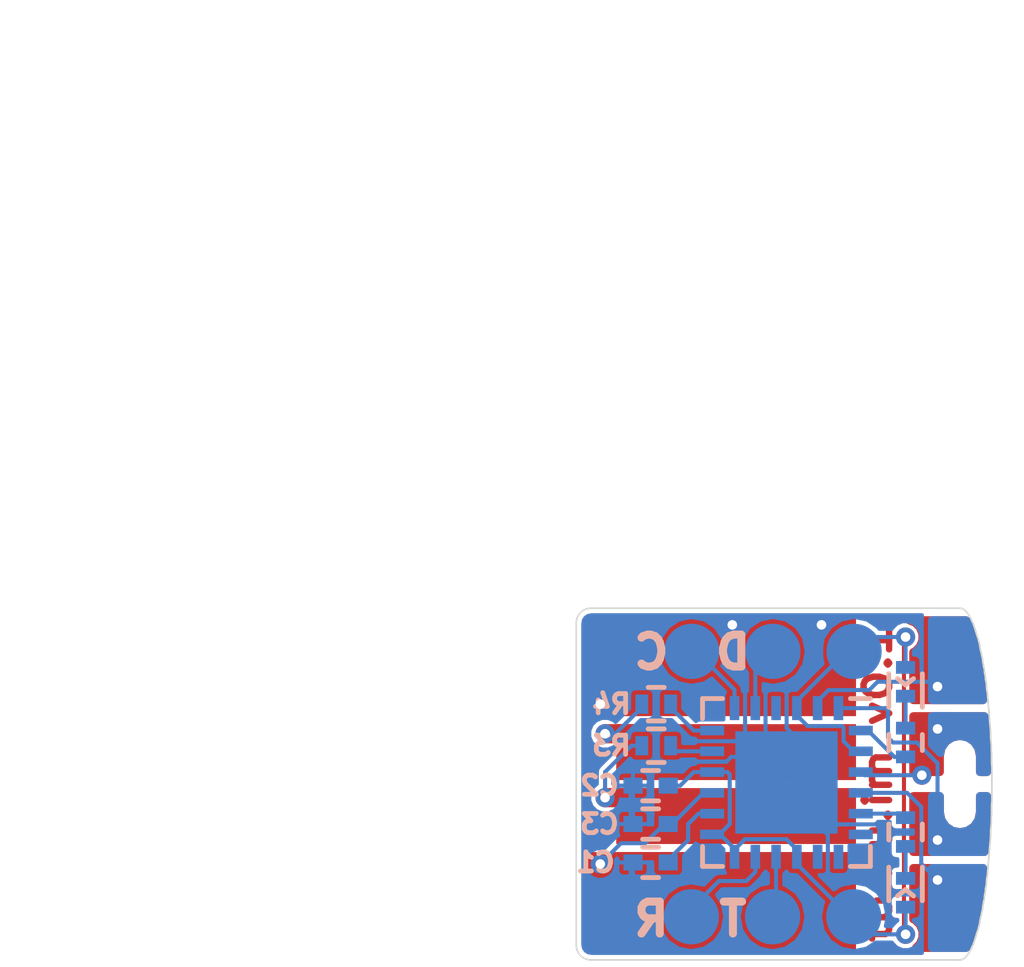
<source format=kicad_pcb>
(kicad_pcb (version 4) (host pcbnew 4.0.2+e4-6225~38~ubuntu14.04.1-stable)

  (general
    (links 42)
    (no_connects 0)
    (area 16.97489 17.974999 30.025001 29.02511)
    (thickness 1.6)
    (drawings 174)
    (tracks 211)
    (zones 0)
    (modules 16)
    (nets 25)
  )

  (page User 200 150.012)
  (title_block
    (title "Tomu, I'm")
    (date $Id$)
    (company "Tim 'mithro' Ansell <mithro@mithis.com>")
    (comment 1 "License: CC-BY-SA 4.0 or TAPR")
    (comment 2 http://tomu.im)
    (comment 3 https://github.com/mithro/tomu)
  )

  (layers
    (0 F.Cu signal)
    (31 B.Cu signal)
    (32 B.Adhes user hide)
    (33 F.Adhes user hide)
    (34 B.Paste user hide)
    (35 F.Paste user hide)
    (36 B.SilkS user)
    (37 F.SilkS user)
    (38 B.Mask user hide)
    (39 F.Mask user)
    (40 Dwgs.User user hide)
    (41 Cmts.User user hide)
    (42 Eco1.User user hide)
    (43 Eco2.User user hide)
    (44 Edge.Cuts user)
    (45 Margin user hide)
    (46 B.CrtYd user hide)
    (47 F.CrtYd user hide)
    (48 B.Fab user hide)
    (49 F.Fab user hide)
  )

  (setup
    (last_trace_width 0.127)
    (user_trace_width 0.0254)
    (user_trace_width 0.1016)
    (user_trace_width 0.127)
    (user_trace_width 0.2032)
    (user_trace_width 0.254)
    (user_trace_width 0.3048)
    (trace_clearance 0.1016)
    (zone_clearance 0)
    (zone_45_only no)
    (trace_min 0.0254)
    (segment_width 0.1)
    (edge_width 0.15)
    (via_size 0.6)
    (via_drill 0.3)
    (via_min_size 0.4)
    (via_min_drill 0.3)
    (uvia_size 0.3)
    (uvia_drill 0.1)
    (uvias_allowed no)
    (uvia_min_size 0.2)
    (uvia_min_drill 0.1)
    (pcb_text_width 0.3)
    (pcb_text_size 1.5 1.5)
    (mod_edge_width 0.15)
    (mod_text_size 1 1)
    (mod_text_width 0.15)
    (pad_size 2.5 0.8)
    (pad_drill 2.5)
    (pad_to_mask_clearance 0.1)
    (solder_mask_min_width 0.1)
    (aux_axis_origin 0 0)
    (visible_elements FFFFFF7F)
    (pcbplotparams
      (layerselection 0x010f0_80000001)
      (usegerberextensions true)
      (excludeedgelayer true)
      (linewidth 0.100000)
      (plotframeref false)
      (viasonmask false)
      (mode 1)
      (useauxorigin false)
      (hpglpennumber 1)
      (hpglpenspeed 20)
      (hpglpendiameter 15)
      (hpglpenoverlay 2)
      (psnegative false)
      (psa4output false)
      (plotreference true)
      (plotvalue true)
      (plotinvisibletext false)
      (padsonsilk false)
      (subtractmaskfromsilk false)
      (outputformat 1)
      (mirror false)
      (drillshape 0)
      (scaleselection 1)
      (outputdirectory gerber/))
  )

  (net 0 "")
  (net 1 GND)
  (net 2 +3V3)
  (net 3 /USB_5V)
  (net 4 "Net-(D1-Pad1)")
  (net 5 "Net-(D2-Pad1)")
  (net 6 /DBG_SWDIO)
  (net 7 /DBG_SWCLK)
  (net 8 /USB_D+)
  (net 9 /USB_D-)
  (net 10 "Net-(U1-Pad7)")
  (net 11 "Net-(U1-Pad21)")
  (net 12 /DEC)
  (net 13 /LED1)
  (net 14 /LED0)
  (net 15 /RUSB_D+)
  (net 16 /RUSB_D-)
  (net 17 /CAP0A)
  (net 18 /CAP1A)
  (net 19 /CAP0B)
  (net 20 /CAP1B)
  (net 21 /LEU0_RX)
  (net 22 /LEU0_TX)
  (net 23 "Net-(U1-Pad6)")
  (net 24 "Net-(U1-Pad8)")

  (net_class Default "This is the default net class."
    (clearance 0.1016)
    (trace_width 0.127)
    (via_dia 0.6)
    (via_drill 0.3)
    (uvia_dia 0.3)
    (uvia_drill 0.1)
    (add_net +3V3)
    (add_net /CAP0A)
    (add_net /CAP0B)
    (add_net /CAP1A)
    (add_net /CAP1B)
    (add_net /DBG_SWCLK)
    (add_net /DBG_SWDIO)
    (add_net /DEC)
    (add_net /LED0)
    (add_net /LED1)
    (add_net /LEU0_RX)
    (add_net /LEU0_TX)
    (add_net /RUSB_D+)
    (add_net /RUSB_D-)
    (add_net /USB_5V)
    (add_net /USB_D+)
    (add_net /USB_D-)
    (add_net GND)
    (add_net "Net-(D1-Pad1)")
    (add_net "Net-(D2-Pad1)")
    (add_net "Net-(U1-Pad21)")
    (add_net "Net-(U1-Pad6)")
    (add_net "Net-(U1-Pad7)")
    (add_net "Net-(U1-Pad8)")
  )

  (module Measurement_Points:Measurement_Point_Round-TH_Small (layer F.Cu) (tedit 579CC173) (tstamp 579CB3F9)
    (at 0 0)
    (descr "Mesurement Point, Square, Trough Hole,  DM 1.5mm, Drill 0.8mm,")
    (tags "Mesurement Point Round Trough Hole 1.5mm Drill 0.8mm")
    (attr virtual)
    (fp_text reference REF** (at 0 -2) (layer F.SilkS) hide
      (effects (font (size 1 1) (thickness 0.15)))
    )
    (fp_text value Measurement_Point_Round-TH_Small (at 0 2) (layer F.Fab) hide
      (effects (font (size 1 1) (thickness 0.15)))
    )
    (fp_circle (center 0 0) (end 1 0) (layer F.CrtYd) (width 0.05))
    (fp_poly (pts (xy 28.5 22.75) (xy 30.25 22.75) (xy 30.25 18.5) (xy 28.5 18.5)
      (xy 28.5 22.75)) (layer B.Mask) (width 0.1))
    (fp_poly (pts (xy 28.5 28.5) (xy 28.5 24) (xy 30.25 24) (xy 30.25 28.5)
      (xy 28.5 28.5)) (layer B.Mask) (width 0.1))
    (fp_poly (pts (xy 27.75 28.5) (xy 27.75 24) (xy 30.25 24) (xy 30.25 28.5)
      (xy 27.75 28.5)) (layer F.Mask) (width 0.1))
    (fp_poly (pts (xy 30.25 22.75) (xy 30.25 18.5) (xy 27.75 18.5) (xy 27.75 22.75)
      (xy 30.25 22.75)) (layer F.Mask) (width 0.1))
    (pad "" np_thru_hole oval (at 29 23.5 90) (size 2.5 0.8) (drill oval 2.5 0.8) (layers *.Cu))
  )

  (module debug-points (layer B.Cu) (tedit 579C71AA) (tstamp 5798C204)
    (at 18.06 27.65 270)
    (descr "Through hole pin header")
    (tags "pin header")
    (path /5798FD61)
    (fp_text reference P1 (at 0 1.78 270) (layer Dwgs.User)
      (effects (font (size 1 1) (thickness 0.15)))
    )
    (fp_text value USART0 (at 0 3.1 270) (layer B.Fab)
      (effects (font (size 1 1) (thickness 0.15)) (justify mirror))
    )
    (pad 1 smd rect (at 0 0 270) (size 2.032 1.7272) (layers B.Cu B.Paste B.Mask)
      (net 1 GND) (solder_mask_margin -0.25) (zone_connect 2))
    (pad 2 smd oval (at 0 -2.54 270) (size 1.7272 1.7272) (layers B.Cu B.Paste B.Mask)
      (net 21 /LEU0_RX) (solder_mask_margin -0.25) (zone_connect 2))
    (pad 3 smd oval (at 0 -5.08 270) (size 1.7272 1.7272) (layers B.Cu B.Paste B.Mask)
      (net 22 /LEU0_TX) (solder_mask_margin -0.25) (zone_connect 2))
    (pad 4 smd oval (at 0 -7.62 270) (size 1.7272 1.7272) (layers B.Cu B.Paste B.Mask)
      (net 2 +3V3) (solder_mask_margin -0.25) (zone_connect 2))
    (model Pin_Headers.3dshapes/Pin_Header_Angled_1x04.wrl
      (at (xyz 0 -0.15 0))
      (scale (xyz 1 1 1))
      (rotate (xyz 0 0 90))
    )
  )

  (module Resistors_SMD:R_0402 (layer B.Cu) (tedit 579CBFFC) (tstamp 5798C267)
    (at 27.3 25 90)
    (descr "Resistor SMD 0402, reflow soldering, Vishay (see dcrcw.pdf)")
    (tags "resistor 0402")
    (path /5798F38A)
    (attr smd)
    (fp_text reference R2 (at 0 1.8 90) (layer B.SilkS) hide
      (effects (font (size 0.6 0.6) (thickness 0.15)) (justify mirror))
    )
    (fp_text value 75 (at 0 -1.8 90) (layer B.Fab)
      (effects (font (size 1 1) (thickness 0.15)) (justify mirror))
    )
    (fp_line (start -0.95 0.65) (end 0.95 0.65) (layer B.CrtYd) (width 0.05))
    (fp_line (start -0.95 -0.65) (end 0.95 -0.65) (layer B.CrtYd) (width 0.05))
    (fp_line (start -0.95 0.65) (end -0.95 -0.65) (layer B.CrtYd) (width 0.05))
    (fp_line (start 0.95 0.65) (end 0.95 -0.65) (layer B.CrtYd) (width 0.05))
    (fp_line (start 0.25 0.525) (end -0.25 0.525) (layer B.SilkS) (width 0.15))
    (fp_line (start -0.25 -0.525) (end 0.25 -0.525) (layer B.SilkS) (width 0.15))
    (pad 1 smd rect (at -0.45 0 90) (size 0.4 0.6) (layers B.Cu B.Paste B.Mask)
      (net 5 "Net-(D2-Pad1)"))
    (pad 2 smd rect (at 0.45 0 90) (size 0.4 0.6) (layers B.Cu B.Paste B.Mask)
      (net 14 /LED0))
    (model Resistors_SMD.3dshapes/R_0402.wrl
      (at (xyz 0 0 0))
      (scale (xyz 1 1 1))
      (rotate (xyz 0 0 0))
    )
  )

  (module LEDs:LED_0402 (layer B.Cu) (tedit 579CC00C) (tstamp 5798C1BF)
    (at 27.3 20.3 90)
    (descr "LED 0402 smd package")
    (tags "LED led 0402 SMD smd SMT smt smdled SMDLED smtled SMTLED")
    (path /5798F0D5)
    (attr smd)
    (fp_text reference D1 (at 0 1.8 90) (layer B.SilkS) hide
      (effects (font (size 1 1) (thickness 0.15)) (justify mirror))
    )
    (fp_text value LED (at 0 -1.8 90) (layer B.Fab)
      (effects (font (size 1 1) (thickness 0.15)) (justify mirror))
    )
    (fp_line (start -0.1 0) (end 0.1 -0.25) (layer B.SilkS) (width 0.15))
    (fp_line (start 0.1 0.25) (end -0.1 0) (layer B.SilkS) (width 0.15))
    (fp_line (start -0.95 0.65) (end 0.95 0.65) (layer B.CrtYd) (width 0.05))
    (fp_line (start -0.95 -0.65) (end 0.95 -0.65) (layer B.CrtYd) (width 0.05))
    (fp_line (start -0.95 0.65) (end -0.95 -0.65) (layer B.CrtYd) (width 0.05))
    (fp_line (start 0.95 0.65) (end 0.95 -0.65) (layer B.CrtYd) (width 0.05))
    (fp_line (start 0.25 0.525) (end -0.8 0.525) (layer B.SilkS) (width 0.15))
    (fp_line (start 0.25 -0.525) (end -0.8 -0.525) (layer B.SilkS) (width 0.15))
    (pad 1 smd rect (at -0.45 0 90) (size 0.4 0.6) (layers B.Cu B.Paste B.Mask)
      (net 4 "Net-(D1-Pad1)"))
    (pad 2 smd rect (at 0.45 0 90) (size 0.4 0.6) (layers B.Cu B.Paste B.Mask)
      (net 2 +3V3))
    (model LEDs.3dshapes/LED_0402.wrl
      (at (xyz 0 0 0))
      (scale (xyz 1 1 1))
      (rotate (xyz 0 0 180))
    )
  )

  (module Capacitors_SMD:C_0402 (layer B.Cu) (tedit 579C77D3) (tstamp 5798C199)
    (at 19.325 25.95)
    (descr "Capacitor SMD 0402, reflow soldering, AVX (see smccp.pdf)")
    (tags "capacitor 0402")
    (path /5798BCD7)
    (attr smd)
    (fp_text reference C1 (at -1.725 0) (layer B.SilkS)
      (effects (font (size 0.6 0.6) (thickness 0.15)) (justify mirror))
    )
    (fp_text value 1uF (at 0 -1.7) (layer B.Fab)
      (effects (font (size 1 1) (thickness 0.15)) (justify mirror))
    )
    (fp_line (start -1.15 0.6) (end 1.15 0.6) (layer B.CrtYd) (width 0.05))
    (fp_line (start -1.15 -0.6) (end 1.15 -0.6) (layer B.CrtYd) (width 0.05))
    (fp_line (start -1.15 0.6) (end -1.15 -0.6) (layer B.CrtYd) (width 0.05))
    (fp_line (start 1.15 0.6) (end 1.15 -0.6) (layer B.CrtYd) (width 0.05))
    (fp_line (start 0.25 0.475) (end -0.25 0.475) (layer B.SilkS) (width 0.15))
    (fp_line (start -0.25 -0.475) (end 0.25 -0.475) (layer B.SilkS) (width 0.15))
    (pad 1 smd rect (at -0.55 0) (size 0.6 0.5) (layers B.Cu B.Paste B.Mask)
      (net 1 GND))
    (pad 2 smd rect (at 0.55 0) (size 0.6 0.5) (layers B.Cu B.Paste B.Mask)
      (net 12 /DEC))
    (model Capacitors_SMD.3dshapes/C_0402.wrl
      (at (xyz 0 0 0))
      (scale (xyz 1 1 1))
      (rotate (xyz 0 0 0))
    )
  )

  (module Capacitors_SMD:C_0402 (layer B.Cu) (tedit 579C77A2) (tstamp 5798C1A5)
    (at 19.325 23.55 180)
    (descr "Capacitor SMD 0402, reflow soldering, AVX (see smccp.pdf)")
    (tags "capacitor 0402")
    (path /5798B89B)
    (attr smd)
    (fp_text reference C2 (at 1.6 0 180) (layer B.SilkS)
      (effects (font (size 0.6 0.6) (thickness 0.15)) (justify mirror))
    )
    (fp_text value 1uF (at 0 -1.7 180) (layer B.Fab)
      (effects (font (size 1 1) (thickness 0.15)) (justify mirror))
    )
    (fp_line (start -1.15 0.6) (end 1.15 0.6) (layer B.CrtYd) (width 0.05))
    (fp_line (start -1.15 -0.6) (end 1.15 -0.6) (layer B.CrtYd) (width 0.05))
    (fp_line (start -1.15 0.6) (end -1.15 -0.6) (layer B.CrtYd) (width 0.05))
    (fp_line (start 1.15 0.6) (end 1.15 -0.6) (layer B.CrtYd) (width 0.05))
    (fp_line (start 0.25 0.475) (end -0.25 0.475) (layer B.SilkS) (width 0.15))
    (fp_line (start -0.25 -0.475) (end 0.25 -0.475) (layer B.SilkS) (width 0.15))
    (pad 1 smd rect (at -0.55 0 180) (size 0.6 0.5) (layers B.Cu B.Paste B.Mask)
      (net 2 +3V3))
    (pad 2 smd rect (at 0.55 0 180) (size 0.6 0.5) (layers B.Cu B.Paste B.Mask)
      (net 1 GND))
    (model Capacitors_SMD.3dshapes/C_0402.wrl
      (at (xyz 0 0 0))
      (scale (xyz 1 1 1))
      (rotate (xyz 0 0 0))
    )
  )

  (module Capacitors_SMD:C_0402 (layer B.Cu) (tedit 579C77A9) (tstamp 5798C1B1)
    (at 19.325 24.75 180)
    (descr "Capacitor SMD 0402, reflow soldering, AVX (see smccp.pdf)")
    (tags "capacitor 0402")
    (path /5798BA32)
    (attr smd)
    (fp_text reference C3 (at 1.6 0 180) (layer B.SilkS)
      (effects (font (size 0.6 0.6) (thickness 0.15)) (justify mirror))
    )
    (fp_text value 47uF (at 0 -1.7 180) (layer B.Fab)
      (effects (font (size 1 1) (thickness 0.15)) (justify mirror))
    )
    (fp_line (start -1.15 0.6) (end 1.15 0.6) (layer B.CrtYd) (width 0.05))
    (fp_line (start -1.15 -0.6) (end 1.15 -0.6) (layer B.CrtYd) (width 0.05))
    (fp_line (start -1.15 0.6) (end -1.15 -0.6) (layer B.CrtYd) (width 0.05))
    (fp_line (start 1.15 0.6) (end 1.15 -0.6) (layer B.CrtYd) (width 0.05))
    (fp_line (start 0.25 0.475) (end -0.25 0.475) (layer B.SilkS) (width 0.15))
    (fp_line (start -0.25 -0.475) (end 0.25 -0.475) (layer B.SilkS) (width 0.15))
    (pad 1 smd rect (at -0.55 0 180) (size 0.6 0.5) (layers B.Cu B.Paste B.Mask)
      (net 3 /USB_5V))
    (pad 2 smd rect (at 0.55 0 180) (size 0.6 0.5) (layers B.Cu B.Paste B.Mask)
      (net 1 GND))
    (model Capacitors_SMD.3dshapes/C_0402.wrl
      (at (xyz 0 0 0))
      (scale (xyz 1 1 1))
      (rotate (xyz 0 0 0))
    )
  )

  (module LEDs:LED_0402 (layer B.Cu) (tedit 579CBFF6) (tstamp 5798C1CD)
    (at 27.3 26.9 270)
    (descr "LED 0402 smd package")
    (tags "LED led 0402 SMD smd SMT smt smdled SMDLED smtled SMTLED")
    (path /5798F173)
    (attr smd)
    (fp_text reference D2 (at 0.1 1.325 360) (layer B.SilkS) hide
      (effects (font (size 0.6 0.6) (thickness 0.15)) (justify mirror))
    )
    (fp_text value LED (at 0 -1.8 270) (layer B.Fab)
      (effects (font (size 1 1) (thickness 0.15)) (justify mirror))
    )
    (fp_line (start -0.1 0) (end 0.1 -0.25) (layer B.SilkS) (width 0.15))
    (fp_line (start 0.1 0.25) (end -0.1 0) (layer B.SilkS) (width 0.15))
    (fp_line (start -0.95 0.65) (end 0.95 0.65) (layer B.CrtYd) (width 0.05))
    (fp_line (start -0.95 -0.65) (end 0.95 -0.65) (layer B.CrtYd) (width 0.05))
    (fp_line (start -0.95 0.65) (end -0.95 -0.65) (layer B.CrtYd) (width 0.05))
    (fp_line (start 0.95 0.65) (end 0.95 -0.65) (layer B.CrtYd) (width 0.05))
    (fp_line (start 0.25 0.525) (end -0.8 0.525) (layer B.SilkS) (width 0.15))
    (fp_line (start 0.25 -0.525) (end -0.8 -0.525) (layer B.SilkS) (width 0.15))
    (pad 1 smd rect (at -0.45 0 270) (size 0.4 0.6) (layers B.Cu B.Paste B.Mask)
      (net 5 "Net-(D2-Pad1)"))
    (pad 2 smd rect (at 0.45 0 270) (size 0.4 0.6) (layers B.Cu B.Paste B.Mask)
      (net 2 +3V3))
    (model LEDs.3dshapes/LED_0402.wrl
      (at (xyz 0 0 0))
      (scale (xyz 1 1 1))
      (rotate (xyz 0 0 180))
    )
  )

  (module Resistors_SMD:R_0402 (layer B.Cu) (tedit 579CC000) (tstamp 5798C25B)
    (at 27.3 22.2 90)
    (descr "Resistor SMD 0402, reflow soldering, Vishay (see dcrcw.pdf)")
    (tags "resistor 0402")
    (path /5798F3FD)
    (attr smd)
    (fp_text reference R1 (at 0 1.8 90) (layer B.SilkS) hide
      (effects (font (size 0.6 0.6) (thickness 0.15)) (justify mirror))
    )
    (fp_text value 75 (at 0 -1.8 90) (layer B.Fab)
      (effects (font (size 1 1) (thickness 0.15)) (justify mirror))
    )
    (fp_line (start -0.95 0.65) (end 0.95 0.65) (layer B.CrtYd) (width 0.05))
    (fp_line (start -0.95 -0.65) (end 0.95 -0.65) (layer B.CrtYd) (width 0.05))
    (fp_line (start -0.95 0.65) (end -0.95 -0.65) (layer B.CrtYd) (width 0.05))
    (fp_line (start 0.95 0.65) (end 0.95 -0.65) (layer B.CrtYd) (width 0.05))
    (fp_line (start 0.25 0.525) (end -0.25 0.525) (layer B.SilkS) (width 0.15))
    (fp_line (start -0.25 -0.525) (end 0.25 -0.525) (layer B.SilkS) (width 0.15))
    (pad 1 smd rect (at -0.45 0 90) (size 0.4 0.6) (layers B.Cu B.Paste B.Mask)
      (net 13 /LED1))
    (pad 2 smd rect (at 0.45 0 90) (size 0.4 0.6) (layers B.Cu B.Paste B.Mask)
      (net 4 "Net-(D1-Pad1)"))
    (model Resistors_SMD.3dshapes/R_0402.wrl
      (at (xyz 0 0 0))
      (scale (xyz 1 1 1))
      (rotate (xyz 0 0 0))
    )
  )

  (module Resistors_SMD:R_0402 (layer B.Cu) (tedit 579C76C1) (tstamp 5798C273)
    (at 19.5 22.3)
    (descr "Resistor SMD 0402, reflow soldering, Vishay (see dcrcw.pdf)")
    (tags "resistor 0402")
    (path /5798C3BC)
    (attr smd)
    (fp_text reference R3 (at -1.4 0) (layer B.SilkS)
      (effects (font (size 0.6 0.6) (thickness 0.15)) (justify mirror))
    )
    (fp_text value 15 (at 0 -1.8) (layer B.Fab)
      (effects (font (size 1 1) (thickness 0.15)) (justify mirror))
    )
    (fp_line (start -0.95 0.65) (end 0.95 0.65) (layer B.CrtYd) (width 0.05))
    (fp_line (start -0.95 -0.65) (end 0.95 -0.65) (layer B.CrtYd) (width 0.05))
    (fp_line (start -0.95 0.65) (end -0.95 -0.65) (layer B.CrtYd) (width 0.05))
    (fp_line (start 0.95 0.65) (end 0.95 -0.65) (layer B.CrtYd) (width 0.05))
    (fp_line (start 0.25 0.525) (end -0.25 0.525) (layer B.SilkS) (width 0.15))
    (fp_line (start -0.25 -0.525) (end 0.25 -0.525) (layer B.SilkS) (width 0.15))
    (pad 1 smd rect (at -0.45 0) (size 0.4 0.6) (layers B.Cu B.Paste B.Mask)
      (net 9 /USB_D-))
    (pad 2 smd rect (at 0.45 0) (size 0.4 0.6) (layers B.Cu B.Paste B.Mask)
      (net 16 /RUSB_D-))
    (model Resistors_SMD.3dshapes/R_0402.wrl
      (at (xyz 0 0 0))
      (scale (xyz 1 1 1))
      (rotate (xyz 0 0 0))
    )
  )

  (module Resistors_SMD:R_0402 (layer B.Cu) (tedit 579C7699) (tstamp 5798C27F)
    (at 19.5 21)
    (descr "Resistor SMD 0402, reflow soldering, Vishay (see dcrcw.pdf)")
    (tags "resistor 0402")
    (path /5798C529)
    (attr smd)
    (fp_text reference R4 (at -1.4 0) (layer B.SilkS)
      (effects (font (size 0.6 0.6) (thickness 0.15)) (justify mirror))
    )
    (fp_text value 15 (at 0 -1.8) (layer B.Fab)
      (effects (font (size 1 1) (thickness 0.15)) (justify mirror))
    )
    (fp_line (start -0.95 0.65) (end 0.95 0.65) (layer B.CrtYd) (width 0.05))
    (fp_line (start -0.95 -0.65) (end 0.95 -0.65) (layer B.CrtYd) (width 0.05))
    (fp_line (start -0.95 0.65) (end -0.95 -0.65) (layer B.CrtYd) (width 0.05))
    (fp_line (start 0.95 0.65) (end 0.95 -0.65) (layer B.CrtYd) (width 0.05))
    (fp_line (start 0.25 0.525) (end -0.25 0.525) (layer B.SilkS) (width 0.15))
    (fp_line (start -0.25 -0.525) (end 0.25 -0.525) (layer B.SilkS) (width 0.15))
    (pad 1 smd rect (at -0.45 0) (size 0.4 0.6) (layers B.Cu B.Paste B.Mask)
      (net 8 /USB_D+))
    (pad 2 smd rect (at 0.45 0) (size 0.4 0.6) (layers B.Cu B.Paste B.Mask)
      (net 15 /RUSB_D+))
    (model Resistors_SMD.3dshapes/R_0402.wrl
      (at (xyz 0 0 0))
      (scale (xyz 1 1 1))
      (rotate (xyz 0 0 0))
    )
  )

  (module usb-pcb:debug-points (layer B.Cu) (tedit 579C71AA) (tstamp 5798C23B)
    (at 18.07 19.35 270)
    (descr "Through hole pin header")
    (tags "pin header")
    (path /5798E965)
    (fp_text reference P2 (at 0.03 1.82 270) (layer Dwgs.User)
      (effects (font (size 1 1) (thickness 0.15)))
    )
    (fp_text value DEBUG (at 0 3.1 270) (layer B.Fab)
      (effects (font (size 1 1) (thickness 0.15)) (justify mirror))
    )
    (pad 1 smd rect (at 0 0 270) (size 2.032 1.7272) (layers B.Cu B.Paste B.Mask)
      (net 1 GND) (solder_mask_margin -0.25) (zone_connect 2))
    (pad 2 smd oval (at 0 -2.54 270) (size 1.7272 1.7272) (layers B.Cu B.Paste B.Mask)
      (net 7 /DBG_SWCLK) (solder_mask_margin -0.25) (zone_connect 2))
    (pad 3 smd oval (at 0 -5.08 270) (size 1.7272 1.7272) (layers B.Cu B.Paste B.Mask)
      (net 6 /DBG_SWDIO) (solder_mask_margin -0.25) (zone_connect 2))
    (pad 4 smd oval (at 0 -7.62 270) (size 1.7272 1.7272) (layers B.Cu B.Paste B.Mask)
      (net 2 +3V3) (solder_mask_margin -0.25) (zone_connect 2))
    (model Pin_Headers.3dshapes/Pin_Header_Angled_1x04.wrl
      (at (xyz 0 -0.15 0))
      (scale (xyz 1 1 1))
      (rotate (xyz 0 0 90))
    )
  )

  (module Housings_DFN_QFN:QFN-24-1EP_5x5mm_Pitch0.65mm (layer B.Cu) (tedit 579CBFE5) (tstamp 5798C2AA)
    (at 23.575 23.45 180)
    (descr "UH Package; 24-Lead Plastic QFN (5mm x 5mm); (see Linear Technology (UH24) QFN 05-08-1747 Rev A.pdf)")
    (tags "QFN 0.65")
    (path /5798B6D7)
    (attr smd)
    (fp_text reference U1 (at 0 3.7 180) (layer B.SilkS) hide
      (effects (font (size 1 1) (thickness 0.15)) (justify mirror))
    )
    (fp_text value EFM32HG309 (at 0 -3.7 180) (layer B.Fab)
      (effects (font (size 1 1) (thickness 0.15)) (justify mirror))
    )
    (fp_line (start -2.95 2.95) (end -2.95 -2.95) (layer B.CrtYd) (width 0.05))
    (fp_line (start 2.95 2.95) (end 2.95 -2.95) (layer B.CrtYd) (width 0.05))
    (fp_line (start -2.95 2.95) (end 2.95 2.95) (layer B.CrtYd) (width 0.05))
    (fp_line (start -2.95 -2.95) (end 2.95 -2.95) (layer B.CrtYd) (width 0.05))
    (fp_line (start 2.625 2.625) (end 2.625 2) (layer B.SilkS) (width 0.15))
    (fp_line (start -2.625 -2.625) (end -2.625 -2) (layer B.SilkS) (width 0.15))
    (fp_line (start 2.625 -2.625) (end 2.625 -2) (layer B.SilkS) (width 0.15))
    (fp_line (start -2.625 2.625) (end -2 2.625) (layer B.SilkS) (width 0.15))
    (fp_line (start -2.625 -2.625) (end -2 -2.625) (layer B.SilkS) (width 0.15))
    (fp_line (start 2.625 -2.625) (end 2 -2.625) (layer B.SilkS) (width 0.15))
    (fp_line (start 2.625 2.625) (end 2 2.625) (layer B.SilkS) (width 0.15))
    (pad 1 smd rect (at -2.325 1.625 180) (size 0.75 0.3) (layers B.Cu B.Paste B.Mask)
      (net 13 /LED1))
    (pad 2 smd rect (at -2.325 0.975 180) (size 0.75 0.3) (layers B.Cu B.Paste B.Mask)
      (net 2 +3V3))
    (pad 3 smd rect (at -2.325 0.325 180) (size 0.75 0.3) (layers B.Cu B.Paste B.Mask)
      (net 17 /CAP0A))
    (pad 4 smd rect (at -2.325 -0.325 180) (size 0.75 0.3) (layers B.Cu B.Paste B.Mask)
      (net 18 /CAP1A))
    (pad 5 smd rect (at -2.325 -0.975 180) (size 0.75 0.3) (layers B.Cu B.Paste B.Mask)
      (net 14 /LED0))
    (pad 6 smd rect (at -2.325 -1.625 180) (size 0.75 0.3) (layers B.Cu B.Paste B.Mask)
      (net 23 "Net-(U1-Pad6)"))
    (pad 7 smd rect (at -1.625 -2.325 90) (size 0.75 0.3) (layers B.Cu B.Paste B.Mask)
      (net 10 "Net-(U1-Pad7)"))
    (pad 8 smd rect (at -0.975 -2.325 90) (size 0.75 0.3) (layers B.Cu B.Paste B.Mask)
      (net 24 "Net-(U1-Pad8)"))
    (pad 9 smd rect (at -0.325 -2.325 90) (size 0.75 0.3) (layers B.Cu B.Paste B.Mask)
      (net 2 +3V3))
    (pad 10 smd rect (at 0.325 -2.325 90) (size 0.75 0.3) (layers B.Cu B.Paste B.Mask)
      (net 22 /LEU0_TX))
    (pad 11 smd rect (at 0.975 -2.325 90) (size 0.75 0.3) (layers B.Cu B.Paste B.Mask)
      (net 21 /LEU0_RX))
    (pad 12 smd rect (at 1.625 -2.325 90) (size 0.75 0.3) (layers B.Cu B.Paste B.Mask)
      (net 2 +3V3))
    (pad 13 smd rect (at 2.325 -1.625 180) (size 0.75 0.3) (layers B.Cu B.Paste B.Mask)
      (net 2 +3V3))
    (pad 14 smd rect (at 2.325 -0.975 180) (size 0.75 0.3) (layers B.Cu B.Paste B.Mask)
      (net 12 /DEC))
    (pad 15 smd rect (at 2.325 -0.325 180) (size 0.75 0.3) (layers B.Cu B.Paste B.Mask)
      (net 3 /USB_5V))
    (pad 16 smd rect (at 2.325 0.325 180) (size 0.75 0.3) (layers B.Cu B.Paste B.Mask)
      (net 2 +3V3))
    (pad 17 smd rect (at 2.325 0.975 180) (size 0.75 0.3) (layers B.Cu B.Paste B.Mask)
      (net 16 /RUSB_D-))
    (pad 18 smd rect (at 2.325 1.625 180) (size 0.75 0.3) (layers B.Cu B.Paste B.Mask)
      (net 15 /RUSB_D+))
    (pad 19 smd rect (at 1.625 2.325 90) (size 0.75 0.3) (layers B.Cu B.Paste B.Mask)
      (net 7 /DBG_SWCLK))
    (pad 20 smd rect (at 0.975 2.325 90) (size 0.75 0.3) (layers B.Cu B.Paste B.Mask)
      (net 6 /DBG_SWDIO))
    (pad 21 smd rect (at 0.325 2.325 90) (size 0.75 0.3) (layers B.Cu B.Paste B.Mask)
      (net 11 "Net-(U1-Pad21)"))
    (pad 22 smd rect (at -0.325 2.325 90) (size 0.75 0.3) (layers B.Cu B.Paste B.Mask)
      (net 2 +3V3))
    (pad 23 smd rect (at -0.975 2.325 90) (size 0.75 0.3) (layers B.Cu B.Paste B.Mask)
      (net 19 /CAP0B))
    (pad 24 smd rect (at -1.625 2.325 90) (size 0.75 0.3) (layers B.Cu B.Paste B.Mask)
      (net 20 /CAP1B))
    (pad 25 smd rect (at 0.8 -0.8 180) (size 1.6 1.6) (layers B.Cu B.Paste B.Mask)
      (net 1 GND) (solder_paste_margin_ratio -0.2))
    (pad 25 smd rect (at 0.8 0.8 180) (size 1.6 1.6) (layers B.Cu B.Paste B.Mask)
      (net 1 GND) (solder_paste_margin_ratio -0.2))
    (pad 25 smd rect (at -0.8 -0.8 180) (size 1.6 1.6) (layers B.Cu B.Paste B.Mask)
      (net 1 GND) (solder_paste_margin_ratio -0.2))
    (pad 25 smd rect (at -0.8 0.8 180) (size 1.6 1.6) (layers B.Cu B.Paste B.Mask)
      (net 1 GND) (solder_paste_margin_ratio -0.2))
    (model Housings_DFN_QFN.3dshapes/QFN-24-1EP_5x5mm_Pitch0.65mm.wrl
      (at (xyz 0 0 0))
      (scale (xyz 1 1 1))
      (rotate (xyz 0 0 0))
    )
  )

  (module usb-pcb:minimal-points (layer B.Cu) (tedit 579CB616) (tstamp 5798C2C0)
    (at 28.5 21 270)
    (descr "Resistor SMD 0402, reflow soldering, Vishay (see dcrcw.pdf)")
    (tags "resistor 0402")
    (path /57990318)
    (attr smd)
    (fp_text reference W1 (at 0 1.8 270) (layer Dwgs.User)
      (effects (font (size 1 1) (thickness 0.15)))
    )
    (fp_text value CAP0 (at 0 -1.8 270) (layer Dwgs.User)
      (effects (font (size 1 1) (thickness 0.15)))
    )
    (pad 1 smd rect (at -0.45 0 270) (size 0.4 0.6) (layers B.Cu)
      (net 19 /CAP0B))
    (pad 2 smd rect (at 0.45 0 270) (size 0.4 0.6) (layers B.Cu)
      (net 17 /CAP0A))
    (model Resistors_SMD.3dshapes/R_0402.wrl
      (at (xyz 0 0 0))
      (scale (xyz 1 1 1))
      (rotate (xyz 0 0 0))
    )
  )

  (module usb-pcb:minimal-points (layer B.Cu) (tedit 579CB616) (tstamp 5798C2D6)
    (at 28.5 25.75 270)
    (descr "Resistor SMD 0402, reflow soldering, Vishay (see dcrcw.pdf)")
    (tags "resistor 0402")
    (path /57990582)
    (attr smd)
    (fp_text reference W2 (at 0 1.8 270) (layer Dwgs.User)
      (effects (font (size 1 1) (thickness 0.15)))
    )
    (fp_text value CAP1 (at 0 -1.8 270) (layer Dwgs.User)
      (effects (font (size 1 1) (thickness 0.15)))
    )
    (pad 1 smd rect (at -0.45 0 270) (size 0.4 0.6) (layers B.Cu)
      (net 20 /CAP1B))
    (pad 2 smd rect (at 0.45 0 270) (size 0.4 0.6) (layers B.Cu)
      (net 18 /CAP1A))
    (model Resistors_SMD.3dshapes/R_0402.wrl
      (at (xyz 0 0 0))
      (scale (xyz 1 1 1))
      (rotate (xyz 0 0 0))
    )
  )

  (module usb-pcb:USB-PCB (layer F.Cu) (tedit 579DB13B) (tstamp 5798C24F)
    (at 17 29)
    (path /5798BECB)
    (fp_text reference P3 (at 2 2.5) (layer Cmts.User)
      (effects (font (size 1 1) (thickness 0.15)))
    )
    (fp_text value USB-PCB (at 3.5 1) (layer F.Fab)
      (effects (font (size 1 1) (thickness 0.15)))
    )
    (fp_text user + (at 9.46 -6.43 90) (layer Dwgs.User)
      (effects (font (size 1 1) (thickness 0.15)))
    )
    (fp_text user 5V (at 9.5 -1.925 90) (layer Dwgs.User)
      (effects (font (size 1 1) (thickness 0.15)))
    )
    (fp_line (start 0 -11) (end 0 -13) (layer Cmts.User) (width 0.05))
    (fp_line (start 0 -12) (end 0.5 -11.5) (layer Cmts.User) (width 0.05))
    (fp_line (start 0 -12) (end 0.5 -12.5) (layer Cmts.User) (width 0.05))
    (fp_line (start 12 -12) (end 0 -12) (layer Cmts.User) (width 0.05))
    (fp_line (start 11.5 -11.5) (end 12 -12) (layer Cmts.User) (width 0.05))
    (fp_line (start 12 -12) (end 11.5 -11.5) (layer Cmts.User) (width 0.05))
    (fp_line (start 11.5 -12.5) (end 12 -12) (layer Cmts.User) (width 0.05))
    (fp_line (start 12 -12) (end 11.5 -12.5) (layer Cmts.User) (width 0.05))
    (fp_line (start 12 -11) (end 12 -13) (layer Cmts.User) (width 0.05))
    (fp_text user 12.00mm (at 6 -12.5) (layer Cmts.User)
      (effects (font (size 1 1) (thickness 0.05)))
    )
    (fp_line (start 12 0) (end 12 -11) (layer Dwgs.User) (width 0.05))
    (fp_line (start 12 -11) (end 0 -11) (layer Dwgs.User) (width 0.05))
    (fp_line (start 12 0) (end 0 0) (layer Dwgs.User) (width 0.05))
    (fp_line (start 0 0) (end 0 -11) (layer Dwgs.User) (width 0.05))
    (fp_line (start 13.5 0) (end 13.5 -11) (layer Cmts.User) (width 0.05))
    (fp_line (start 12 -11) (end 14 -11) (layer Cmts.User) (width 0.05))
    (fp_line (start 13.5 -11) (end 13 -10.5) (layer Cmts.User) (width 0.05))
    (fp_line (start 13.5 -11) (end 14 -10.5) (layer Cmts.User) (width 0.05))
    (fp_line (start 12 0) (end 14 0) (layer Cmts.User) (width 0.05))
    (fp_text user 11.00mm (at 13 -5 90) (layer Cmts.User)
      (effects (font (size 1 1) (thickness 0.05)))
    )
    (fp_line (start 13.5 0) (end 14 -0.5) (layer Cmts.User) (width 0.05))
    (fp_line (start 13 -0.5) (end 13.5 0) (layer Cmts.User) (width 0.05))
    (fp_line (start 13.5 0) (end 13 -0.5) (layer Cmts.User) (width 0.05))
    (fp_line (start 14 -0.5) (end 13.5 0) (layer Cmts.User) (width 0.05))
    (fp_line (start -1 -7.5) (end -0.5 -8) (layer Cmts.User) (width 0.05))
    (fp_line (start -1 -11) (end -1 -7.5) (layer Cmts.User) (width 0.05))
    (fp_line (start -1 -11) (end -0.5 -10.5) (layer Cmts.User) (width 0.05))
    (fp_line (start -1.5 -10.5) (end -1 -11) (layer Cmts.User) (width 0.05))
    (fp_line (start -0.5 -10.5) (end -1 -11) (layer Cmts.User) (width 0.05))
    (fp_line (start -1 -11) (end -1.5 -10.5) (layer Cmts.User) (width 0.05))
    (fp_line (start -1 -7.5) (end -1.5 -8) (layer Cmts.User) (width 0.05))
    (fp_line (start 0 -11) (end -2 -11) (layer Cmts.User) (width 0.05))
    (fp_line (start 0 -7.5) (end -2 -7.5) (layer Cmts.User) (width 0.05))
    (fp_line (start -1 0) (end -0.5 -0.5) (layer Cmts.User) (width 0.05))
    (fp_text user 3.50mm (at -1.5 -2 90) (layer Cmts.User)
      (effects (font (size 0.25 0.14) (thickness 0.035)))
    )
    (fp_line (start -1 -3.5) (end -1 0) (layer Cmts.User) (width 0.05))
    (fp_line (start -1 0) (end -1.5 -0.5) (layer Cmts.User) (width 0.05))
    (fp_line (start -1 -3.5) (end -1.5 -3) (layer Cmts.User) (width 0.05))
    (fp_line (start -1.5 -3) (end -1 -3.5) (layer Cmts.User) (width 0.05))
    (fp_line (start -1 -3.5) (end -0.5 -3) (layer Cmts.User) (width 0.05))
    (fp_line (start -0.5 -3) (end -1 -3.5) (layer Cmts.User) (width 0.05))
    (fp_line (start 0 -3.5) (end -2 -3.5) (layer Cmts.User) (width 0.05))
    (fp_line (start 0 0) (end -2 0) (layer Cmts.User) (width 0.05))
    (fp_line (start -0.5 -5) (end -1 -5.5) (layer Cmts.User) (width 0.05))
    (fp_line (start -1 -5.5) (end -1.5 -5) (layer Cmts.User) (width 0.05))
    (fp_line (start -1.5 -5) (end -1 -5.5) (layer Cmts.User) (width 0.05))
    (fp_line (start -1 -5.5) (end -0.5 -5) (layer Cmts.User) (width 0.05))
    (fp_line (start 0 -5.5) (end -2 -5.5) (layer Cmts.User) (width 0.05))
    (fp_line (start -1 -5.5) (end -1 -3.5) (layer Cmts.User) (width 0.05))
    (fp_line (start -1 -3.5) (end -1.5 -4) (layer Cmts.User) (width 0.05))
    (fp_line (start -1 -3.5) (end -0.5 -4) (layer Cmts.User) (width 0.05))
    (fp_text user 2.00mm (at -1.5 -4.5 90) (layer Cmts.User)
      (effects (font (size 0.25 0.15) (thickness 0.0375)))
    )
    (fp_text user 2.00mm (at -1.5 -6.5 90) (layer Cmts.User)
      (effects (font (size 0.25 0.15) (thickness 0.0375)))
    )
    (fp_line (start -0.5 -7) (end -1 -7.5) (layer Cmts.User) (width 0.05))
    (fp_line (start -1 -7.5) (end -1.5 -7) (layer Cmts.User) (width 0.05))
    (fp_line (start -1 -7.5) (end -0.5 -7) (layer Cmts.User) (width 0.05))
    (fp_line (start -1.5 -7) (end -1 -7.5) (layer Cmts.User) (width 0.05))
    (fp_line (start -1 -7.5) (end -1 -5.5) (layer Cmts.User) (width 0.05))
    (fp_line (start -1 -5.5) (end -1.5 -6) (layer Cmts.User) (width 0.05))
    (fp_line (start -1 -5.5) (end -0.5 -6) (layer Cmts.User) (width 0.05))
    (fp_text user 3.50mm (at -1.5 -9.5 90) (layer Cmts.User)
      (effects (font (size 0.25 0.14) (thickness 0.035)))
    )
    (fp_poly (pts (xy 0 0) (xy 12 0) (xy 12 -0.25) (xy 0.25 -0.25)
      (xy 0.25 -10.75) (xy 12 -10.75) (xy 12 -11) (xy 0 -11)
      (xy 0 0)) (layer Dwgs.User) (width 0.01))
    (fp_poly (pts (xy 1.5 -3.75) (xy 8.5 -3.75) (xy 8.5 -5.25) (xy 1.5 -5.25)
      (xy 1.5 -3.75)) (layer F.Mask) (width 0.01))
    (fp_poly (pts (xy 8.5 -3.25) (xy 1.5 -3.25) (xy 0.75 -2.5) (xy 0.75 -1.5)
      (xy 1.5 -0.75) (xy 8.5 -0.75) (xy 8.5 -3.25)) (layer F.Mask) (width 0.01))
    (fp_poly (pts (xy 1.5 -5.75) (xy 8.5 -5.75) (xy 8.5 -7.25) (xy 1.5 -7.25)
      (xy 1.5 -5.75)) (layer F.Mask) (width 0.01))
    (fp_poly (pts (xy 8.5 -10.25) (xy 8.5 -7.75) (xy 1.5 -7.75) (xy 0.75 -8.5)
      (xy 0.75 -9.5) (xy 1.5 -10.25) (xy 8.5 -10.25)) (layer F.Mask) (width 0.01))
    (fp_text user - (at 9.44 -4.54 90) (layer Dwgs.User)
      (effects (font (size 1 1) (thickness 0.15)))
    )
    (fp_text user GND (at 9.5 -9.125 90) (layer Dwgs.User)
      (effects (font (size 1 1) (thickness 0.15)))
    )
    (pad 1 connect rect (at 5 -1.8125) (size 7.5 3.125) (layers F.Cu)
      (net 3 /USB_5V) (zone_connect 2))
    (pad 4 connect rect (at 5 -9.1875) (size 7.5 3.125) (layers F.Cu)
      (net 1 GND) (zone_connect 2))
    (pad 2 connect rect (at 5 -4.5) (size 7.5 1.75) (layers F.Cu)
      (net 9 /USB_D-) (zone_connect 2))
    (pad 3 connect rect (at 5 -6.5) (size 7.5 1.75) (layers F.Cu)
      (net 8 /USB_D+) (zone_connect 2))
    (pad 1 connect trapezoid (at 0.75 -1.8125 180) (size 1 2.125) (rect_delta 1 0 ) (layers F.Cu)
      (net 3 /USB_5V) (zone_connect 2))
    (pad 4 connect trapezoid (at 0.75 -9.175 180) (size 1 2.125) (rect_delta 1 0 ) (layers F.Cu)
      (net 1 GND) (zone_connect 2))
    (pad 1 connect rect (at 0.75 -2.875 180) (size 1 1) (layers F.Cu)
      (net 3 /USB_5V))
    (pad 4 connect rect (at 0.75 -8.125 180) (size 1 1) (layers F.Cu)
      (net 1 GND))
  )

  (gr_text "tomu.im v0.1" (at 26.425 23.475 90) (layer F.Cu)
    (effects (font (size 0.8 1) (thickness 0.2)))
  )
  (gr_line (start 21.44 23.99) (end 21.12 23.99) (layer Dwgs.User) (width 0.1016) (tstamp 579C9EFC))
  (gr_line (start 21.44 24.1) (end 21.12 24.1) (layer Dwgs.User) (width 0.1016) (tstamp 579C9EFB))
  (gr_line (start 21.44 24.21) (end 21.12 24.21) (layer Dwgs.User) (width 0.1016) (tstamp 579C9EFA))
  (gr_line (start 21 23.97) (end 20.68 23.97) (layer Dwgs.User) (width 0.127) (tstamp 579C9E93))
  (gr_line (start 21 24.1) (end 20.68 24.1) (layer Dwgs.User) (width 0.127) (tstamp 579C9E92))
  (gr_line (start 21 24.23) (end 20.68 24.23) (layer Dwgs.User) (width 0.127) (tstamp 579C9E91))
  (gr_line (start 21.25 23.45) (end 21.49 23.45) (layer Dwgs.User) (width 0.127) (tstamp 579C9E37))
  (gr_line (start 21.12 23.45) (end 20.8 23.45) (layer Dwgs.User) (width 0.1016) (tstamp 579C9DF4))
  (gr_line (start 21.8 22.36) (end 21.8 22.04) (layer Dwgs.User) (width 0.1016) (tstamp 579C9D3A))
  (gr_line (start 21.69 22.67) (end 21.69 22.35) (layer Dwgs.User) (width 0.127) (tstamp 579C9D34))
  (gr_line (start 21.91 22.67) (end 21.91 22.35) (layer Dwgs.User) (width 0.127) (tstamp 579C9D2C))
  (gr_line (start 21.92 23.2) (end 21.92 22.88) (layer Dwgs.User) (width 0.1016) (tstamp 579C9B17))
  (gr_line (start 21.8 23.19) (end 21.8 22.87) (layer Dwgs.User) (width 0.127) (tstamp 579C9B16))
  (gr_line (start 21.68 23.2) (end 21.68 22.88) (layer Dwgs.User) (width 0.1016) (tstamp 579C9B15))
  (gr_line (start 21.92 23.77) (end 21.92 23.45) (layer Dwgs.User) (width 0.1016) (tstamp 579C9A65))
  (gr_line (start 21.81 23.77) (end 21.81 23.45) (layer Dwgs.User) (width 0.1016) (tstamp 579C9A64))
  (gr_line (start 21.7 23.77) (end 21.7 23.45) (layer Dwgs.User) (width 0.1016) (tstamp 579C9A63))
  (gr_line (start 21.78 24.26) (end 21.78 23.94) (layer Dwgs.User) (width 0.127) (tstamp 579C9747))
  (gr_line (start 21.65 24.26) (end 21.65 23.94) (layer Dwgs.User) (width 0.127) (tstamp 579C9733))
  (gr_line (start 21.91 24.26) (end 21.91 23.94) (layer Dwgs.User) (width 0.127))
  (gr_text D (at 21.9 19.375) (layer B.SilkS) (tstamp 579C7F9B)
    (effects (font (size 1 1) (thickness 0.25)) (justify mirror))
  )
  (gr_text C (at 19.35 19.375) (layer B.SilkS) (tstamp 579C7F8C)
    (effects (font (size 1 1) (thickness 0.25)) (justify mirror))
  )
  (gr_text T (at 21.9 27.725) (layer B.SilkS) (tstamp 579C7F24)
    (effects (font (size 1 1) (thickness 0.25)) (justify mirror))
  )
  (gr_text R (at 19.35 27.725) (layer B.SilkS)
    (effects (font (size 1 1) (thickness 0.25)) (justify mirror))
  )
  (gr_arc (start 17.46 18.46) (end 17 18.47) (angle 90) (layer Edge.Cuts) (width 0.05) (tstamp 579B7A2A))
  (gr_arc (start 17.46 28.54) (end 17.47 29) (angle 90) (layer Edge.Cuts) (width 0.05))
  (gr_line (start 17 18.48) (end 17 28.53) (layer Edge.Cuts) (width 0.05))
  (gr_line (start 29 18) (end 17.46 18) (layer Edge.Cuts) (width 0.05))
  (gr_line (start 17.46 29) (end 29 29) (layer Edge.Cuts) (width 0.05))
  (gr_arc (start 43.5 23.5) (end 43.5 18) (angle 180) (layer Dwgs.User) (width 0.1))
  (gr_text "UFQFPN32\n - STM32F042x4 \n - STM32L442KC\n\n24-QFN\n- Silicon Labs \n  - EFM32HG308\n  - EFM32HG350\n\n- NXP - MKL27Z32Vxx4" (at 110.75 32.375) (layer Dwgs.User)
    (effects (font (size 1.5 1.5) (thickness 0.3)) (justify left))
  )
  (gr_line (start 55.45 24) (end 55.45 25.5) (layer Dwgs.User) (width 0.1) (tstamp 579848B2))
  (gr_line (start 55.45 25.5) (end 52.45 25.5) (layer Dwgs.User) (width 0.1) (tstamp 579848B1))
  (gr_line (start 52.45 25.5) (end 52.45 24) (layer Dwgs.User) (width 0.1) (tstamp 579848B0))
  (gr_line (start 52.45 24) (end 55.45 24) (layer Dwgs.User) (width 0.1) (tstamp 579848AF))
  (gr_line (start 55.45 26) (end 55.45 28) (layer Dwgs.User) (width 0.1) (tstamp 57984879))
  (gr_line (start 55.45 28) (end 52.45 28) (layer Dwgs.User) (width 0.1) (tstamp 57984878))
  (gr_line (start 52.45 28) (end 52.45 26) (layer Dwgs.User) (width 0.1) (tstamp 57984877))
  (gr_line (start 52.45 26) (end 55.45 26) (layer Dwgs.User) (width 0.1) (tstamp 57984876))
  (gr_line (start 18 28.025) (end 29 28.025) (layer Dwgs.User) (width 0.1))
  (gr_line (start 18 19.025) (end 18 28.025) (layer Dwgs.User) (width 0.1))
  (gr_line (start 29 19.025) (end 18 19.025) (layer Dwgs.User) (width 0.1))
  (gr_line (start 43.5 18) (end 43.5 29) (layer Dwgs.User) (width 0.1))
  (gr_line (start 17 29) (end 29 29) (layer Dwgs.User) (width 0.0254))
  (gr_line (start 17 18) (end 17 29) (layer Dwgs.User) (width 0.0254))
  (gr_line (start 30 23.5) (end 30 23.37) (layer Edge.Cuts) (width 0.05))
  (gr_line (start 30 23.37) (end 30 23.23) (layer Edge.Cuts) (width 0.05))
  (gr_line (start 30 23.23) (end 30 23.1) (layer Edge.Cuts) (width 0.05))
  (gr_line (start 30 23.1) (end 30 22.96) (layer Edge.Cuts) (width 0.05))
  (gr_line (start 30 22.96) (end 29.99 22.83) (layer Edge.Cuts) (width 0.05))
  (gr_line (start 29.99 22.83) (end 29.99 22.69) (layer Edge.Cuts) (width 0.05))
  (gr_line (start 29.99 22.69) (end 29.99 22.56) (layer Edge.Cuts) (width 0.05))
  (gr_line (start 29.99 22.56) (end 29.98 22.43) (layer Edge.Cuts) (width 0.05))
  (gr_line (start 29.98 22.43) (end 29.98 22.29) (layer Edge.Cuts) (width 0.05))
  (gr_line (start 29.98 22.29) (end 29.97 22.16) (layer Edge.Cuts) (width 0.05))
  (gr_line (start 29.97 22.16) (end 29.96 22.03) (layer Edge.Cuts) (width 0.05))
  (gr_line (start 29.96 22.03) (end 29.96 21.9) (layer Edge.Cuts) (width 0.05))
  (gr_line (start 29.96 21.9) (end 29.95 21.77) (layer Edge.Cuts) (width 0.05))
  (gr_line (start 29.95 21.77) (end 29.94 21.65) (layer Edge.Cuts) (width 0.05))
  (gr_line (start 29.94 21.65) (end 29.93 21.52) (layer Edge.Cuts) (width 0.05))
  (gr_line (start 29.93 21.52) (end 29.92 21.4) (layer Edge.Cuts) (width 0.05))
  (gr_line (start 29.92 21.4) (end 29.91 21.27) (layer Edge.Cuts) (width 0.05))
  (gr_line (start 29.91 21.27) (end 29.9 21.15) (layer Edge.Cuts) (width 0.05))
  (gr_line (start 29.9 21.15) (end 29.89 21.03) (layer Edge.Cuts) (width 0.05))
  (gr_line (start 29.89 21.03) (end 29.88 20.91) (layer Edge.Cuts) (width 0.05))
  (gr_line (start 29.88 20.91) (end 29.87 20.79) (layer Edge.Cuts) (width 0.05))
  (gr_line (start 29.87 20.79) (end 29.86 20.67) (layer Edge.Cuts) (width 0.05))
  (gr_line (start 29.86 20.67) (end 29.84 20.56) (layer Edge.Cuts) (width 0.05))
  (gr_line (start 29.84 20.56) (end 29.83 20.44) (layer Edge.Cuts) (width 0.05))
  (gr_line (start 29.83 20.44) (end 29.82 20.33) (layer Edge.Cuts) (width 0.05))
  (gr_line (start 29.82 20.33) (end 29.8 20.22) (layer Edge.Cuts) (width 0.05))
  (gr_line (start 29.8 20.22) (end 29.79 20.12) (layer Edge.Cuts) (width 0.05))
  (gr_line (start 29.79 20.12) (end 29.77 20.01) (layer Edge.Cuts) (width 0.05))
  (gr_line (start 29.77 20.01) (end 29.76 19.91) (layer Edge.Cuts) (width 0.05))
  (gr_line (start 29.76 19.91) (end 29.74 19.81) (layer Edge.Cuts) (width 0.05))
  (gr_line (start 29.74 19.81) (end 29.72 19.71) (layer Edge.Cuts) (width 0.05))
  (gr_line (start 29.72 19.71) (end 29.71 19.61) (layer Edge.Cuts) (width 0.05))
  (gr_line (start 29.71 19.61) (end 29.69 19.52) (layer Edge.Cuts) (width 0.05))
  (gr_line (start 29.69 19.52) (end 29.67 19.42) (layer Edge.Cuts) (width 0.05))
  (gr_line (start 29.67 19.42) (end 29.65 19.34) (layer Edge.Cuts) (width 0.05))
  (gr_line (start 29.65 19.34) (end 29.63 19.25) (layer Edge.Cuts) (width 0.05))
  (gr_line (start 29.63 19.25) (end 29.62 19.16) (layer Edge.Cuts) (width 0.05))
  (gr_line (start 29.62 19.16) (end 29.6 19.08) (layer Edge.Cuts) (width 0.05))
  (gr_line (start 29.6 19.08) (end 29.58 19) (layer Edge.Cuts) (width 0.05))
  (gr_line (start 29.58 19) (end 29.56 18.93) (layer Edge.Cuts) (width 0.05))
  (gr_line (start 29.56 18.93) (end 29.53 18.85) (layer Edge.Cuts) (width 0.05))
  (gr_line (start 29.53 18.85) (end 29.51 18.78) (layer Edge.Cuts) (width 0.05))
  (gr_line (start 29.51 18.78) (end 29.49 18.71) (layer Edge.Cuts) (width 0.05))
  (gr_line (start 29.49 18.71) (end 29.47 18.65) (layer Edge.Cuts) (width 0.05))
  (gr_line (start 29.47 18.65) (end 29.45 18.59) (layer Edge.Cuts) (width 0.05))
  (gr_line (start 29.45 18.59) (end 29.43 18.53) (layer Edge.Cuts) (width 0.05))
  (gr_line (start 29.43 18.53) (end 29.41 18.47) (layer Edge.Cuts) (width 0.05))
  (gr_line (start 29.41 18.47) (end 29.38 18.42) (layer Edge.Cuts) (width 0.05))
  (gr_line (start 29.38 18.42) (end 29.36 18.37) (layer Edge.Cuts) (width 0.05))
  (gr_line (start 29.36 18.37) (end 29.34 18.32) (layer Edge.Cuts) (width 0.05))
  (gr_line (start 29.34 18.32) (end 29.31 18.28) (layer Edge.Cuts) (width 0.05))
  (gr_line (start 29.31 18.28) (end 29.29 18.24) (layer Edge.Cuts) (width 0.05))
  (gr_line (start 29.29 18.24) (end 29.27 18.2) (layer Edge.Cuts) (width 0.05))
  (gr_line (start 29.27 18.2) (end 29.24 18.16) (layer Edge.Cuts) (width 0.05))
  (gr_line (start 29.24 18.16) (end 29.22 18.13) (layer Edge.Cuts) (width 0.05))
  (gr_line (start 29.22 18.13) (end 29.2 18.11) (layer Edge.Cuts) (width 0.05))
  (gr_line (start 29.2 18.11) (end 29.17 18.08) (layer Edge.Cuts) (width 0.05))
  (gr_line (start 29.17 18.08) (end 29.15 18.06) (layer Edge.Cuts) (width 0.05))
  (gr_line (start 29.15 18.06) (end 29.12 18.04) (layer Edge.Cuts) (width 0.05))
  (gr_line (start 29.12 18.04) (end 29.1 18.03) (layer Edge.Cuts) (width 0.05))
  (gr_line (start 29.1 18.03) (end 29.07 18.01) (layer Edge.Cuts) (width 0.05))
  (gr_line (start 29.07 18.01) (end 29.05 18.01) (layer Edge.Cuts) (width 0.05))
  (gr_line (start 29.05 18.01) (end 29.02 18) (layer Edge.Cuts) (width 0.05))
  (gr_line (start 29.02 18) (end 29 18) (layer Edge.Cuts) (width 0.05))
  (gr_line (start 29 29) (end 29.02 29) (layer Edge.Cuts) (width 0.05))
  (gr_line (start 29.02 29) (end 29.05 28.99) (layer Edge.Cuts) (width 0.05))
  (gr_line (start 29.05 28.99) (end 29.07 28.99) (layer Edge.Cuts) (width 0.05))
  (gr_line (start 29.07 28.99) (end 29.1 28.97) (layer Edge.Cuts) (width 0.05))
  (gr_line (start 29.1 28.97) (end 29.12 28.96) (layer Edge.Cuts) (width 0.05))
  (gr_line (start 29.12 28.96) (end 29.15 28.94) (layer Edge.Cuts) (width 0.05))
  (gr_line (start 29.15 28.94) (end 29.17 28.92) (layer Edge.Cuts) (width 0.05))
  (gr_line (start 29.17 28.92) (end 29.2 28.89) (layer Edge.Cuts) (width 0.05))
  (gr_line (start 29.2 28.89) (end 29.22 28.87) (layer Edge.Cuts) (width 0.05))
  (gr_line (start 29.22 28.87) (end 29.24 28.84) (layer Edge.Cuts) (width 0.05))
  (gr_line (start 29.24 28.84) (end 29.27 28.8) (layer Edge.Cuts) (width 0.05))
  (gr_line (start 29.27 28.8) (end 29.29 28.76) (layer Edge.Cuts) (width 0.05))
  (gr_line (start 29.29 28.76) (end 29.31 28.72) (layer Edge.Cuts) (width 0.05))
  (gr_line (start 29.31 28.72) (end 29.34 28.68) (layer Edge.Cuts) (width 0.05))
  (gr_line (start 29.34 28.68) (end 29.36 28.63) (layer Edge.Cuts) (width 0.05))
  (gr_line (start 29.36 28.63) (end 29.38 28.58) (layer Edge.Cuts) (width 0.05))
  (gr_line (start 29.38 28.58) (end 29.41 28.53) (layer Edge.Cuts) (width 0.05))
  (gr_line (start 29.41 28.53) (end 29.43 28.47) (layer Edge.Cuts) (width 0.05))
  (gr_line (start 29.43 28.47) (end 29.45 28.41) (layer Edge.Cuts) (width 0.05))
  (gr_line (start 29.45 28.41) (end 29.47 28.35) (layer Edge.Cuts) (width 0.05))
  (gr_line (start 29.47 28.35) (end 29.49 28.29) (layer Edge.Cuts) (width 0.05))
  (gr_line (start 29.49 28.29) (end 29.51 28.22) (layer Edge.Cuts) (width 0.05))
  (gr_line (start 29.51 28.22) (end 29.53 28.15) (layer Edge.Cuts) (width 0.05))
  (gr_line (start 29.53 28.15) (end 29.56 28.07) (layer Edge.Cuts) (width 0.05))
  (gr_line (start 29.56 28.07) (end 29.58 28) (layer Edge.Cuts) (width 0.05))
  (gr_line (start 29.58 28) (end 29.6 27.92) (layer Edge.Cuts) (width 0.05))
  (gr_line (start 29.6 27.92) (end 29.62 27.84) (layer Edge.Cuts) (width 0.05))
  (gr_line (start 29.62 27.84) (end 29.63 27.75) (layer Edge.Cuts) (width 0.05))
  (gr_line (start 29.63 27.75) (end 29.65 27.66) (layer Edge.Cuts) (width 0.05))
  (gr_line (start 29.65 27.66) (end 29.67 27.58) (layer Edge.Cuts) (width 0.05))
  (gr_line (start 29.67 27.58) (end 29.69 27.48) (layer Edge.Cuts) (width 0.05))
  (gr_line (start 29.69 27.48) (end 29.71 27.39) (layer Edge.Cuts) (width 0.05))
  (gr_line (start 29.71 27.39) (end 29.72 27.29) (layer Edge.Cuts) (width 0.05))
  (gr_line (start 29.72 27.29) (end 29.74 27.19) (layer Edge.Cuts) (width 0.05))
  (gr_line (start 29.74 27.19) (end 29.76 27.09) (layer Edge.Cuts) (width 0.05))
  (gr_line (start 29.76 27.09) (end 29.77 26.99) (layer Edge.Cuts) (width 0.05))
  (gr_line (start 29.77 26.99) (end 29.79 26.88) (layer Edge.Cuts) (width 0.05))
  (gr_line (start 29.79 26.88) (end 29.8 26.78) (layer Edge.Cuts) (width 0.05))
  (gr_line (start 29.8 26.78) (end 29.82 26.67) (layer Edge.Cuts) (width 0.05))
  (gr_line (start 29.82 26.67) (end 29.83 26.56) (layer Edge.Cuts) (width 0.05))
  (gr_line (start 29.83 26.56) (end 29.84 26.44) (layer Edge.Cuts) (width 0.05))
  (gr_line (start 29.84 26.44) (end 29.86 26.33) (layer Edge.Cuts) (width 0.05))
  (gr_line (start 29.86 26.33) (end 29.87 26.21) (layer Edge.Cuts) (width 0.05))
  (gr_line (start 29.87 26.21) (end 29.88 26.09) (layer Edge.Cuts) (width 0.05))
  (gr_line (start 29.88 26.09) (end 29.89 25.97) (layer Edge.Cuts) (width 0.05))
  (gr_line (start 29.89 25.97) (end 29.9 25.85) (layer Edge.Cuts) (width 0.05))
  (gr_line (start 29.9 25.85) (end 29.91 25.73) (layer Edge.Cuts) (width 0.05))
  (gr_line (start 29.91 25.73) (end 29.92 25.6) (layer Edge.Cuts) (width 0.05))
  (gr_line (start 29.92 25.6) (end 29.93 25.48) (layer Edge.Cuts) (width 0.05))
  (gr_line (start 29.93 25.48) (end 29.94 25.35) (layer Edge.Cuts) (width 0.05))
  (gr_line (start 29.94 25.35) (end 29.95 25.23) (layer Edge.Cuts) (width 0.05))
  (gr_line (start 29.95 25.23) (end 29.96 25.1) (layer Edge.Cuts) (width 0.05))
  (gr_line (start 29.96 25.1) (end 29.96 24.97) (layer Edge.Cuts) (width 0.05))
  (gr_line (start 29.96 24.97) (end 29.97 24.84) (layer Edge.Cuts) (width 0.05))
  (gr_line (start 29.97 24.84) (end 29.98 24.71) (layer Edge.Cuts) (width 0.05))
  (gr_line (start 29.98 24.71) (end 29.98 24.57) (layer Edge.Cuts) (width 0.05))
  (gr_line (start 29.98 24.57) (end 29.99 24.44) (layer Edge.Cuts) (width 0.05))
  (gr_line (start 29.99 24.44) (end 29.99 24.31) (layer Edge.Cuts) (width 0.05))
  (gr_line (start 29.99 24.31) (end 29.99 24.17) (layer Edge.Cuts) (width 0.05))
  (gr_line (start 29.99 24.17) (end 30 24.04) (layer Edge.Cuts) (width 0.05))
  (gr_line (start 30 24.04) (end 30 23.9) (layer Edge.Cuts) (width 0.05))
  (gr_line (start 30 23.9) (end 30 23.77) (layer Edge.Cuts) (width 0.05))
  (gr_line (start 30 23.77) (end 30 23.63) (layer Edge.Cuts) (width 0.05))
  (gr_line (start 30 23.63) (end 30 23.5) (layer Edge.Cuts) (width 0.05))

  (segment (start 17.4 23.55) (end 17.4 24.75) (width 0.127) (layer B.Cu) (net 1))
  (segment (start 17.4 24.75) (end 17.4 25.624056) (width 0.127) (layer B.Cu) (net 1))
  (segment (start 18.7 24.75) (end 18.273 24.75) (width 0.127) (layer B.Cu) (net 1))
  (segment (start 18.273 24.75) (end 17.4 24.75) (width 0.127) (layer B.Cu) (net 1))
  (segment (start 18.7 23.55) (end 18.7 24.75) (width 0.127) (layer B.Cu) (net 1))
  (segment (start 22.775 22.65) (end 22.283799 22.158799) (width 0.127) (layer B.Cu) (net 1))
  (segment (start 22.283799 22.158799) (end 20.558799 22.158799) (width 0.127) (layer B.Cu) (net 1))
  (segment (start 20.525 22.8) (end 21.698 22.8) (width 0.127) (layer B.Cu) (net 1))
  (segment (start 21.698 22.8) (end 20.6 22.8) (width 0.127) (layer B.Cu) (net 1))
  (segment (start 22.775 22.65) (end 21.848 22.65) (width 0.127) (layer B.Cu) (net 1))
  (segment (start 21.848 22.65) (end 21.698 22.8) (width 0.127) (layer B.Cu) (net 1))
  (segment (start 23.037919 20.5) (end 23.17 20.5) (width 0.127) (layer B.Cu) (net 1))
  (segment (start 22.92 20.617919) (end 23.037919 20.5) (width 0.127) (layer B.Cu) (net 1))
  (segment (start 22.92 20.617919) (end 22.92 22.094899) (width 0.127) (layer B.Cu) (net 1))
  (segment (start 22.775 22.65) (end 22.775 22.275) (width 0.127) (layer B.Cu) (net 1))
  (segment (start 22.71 22.21) (end 22.28 22.21) (width 0.127) (layer B.Cu) (net 1))
  (segment (start 22.775 22.275) (end 22.71 22.21) (width 0.127) (layer B.Cu) (net 1))
  (segment (start 22.28 22.21) (end 22.28 20.23) (width 0.127) (layer B.Cu) (net 1))
  (segment (start 22.28 20.23) (end 21.879999 19.829999) (width 0.127) (layer B.Cu) (net 1))
  (segment (start 21.879999 19.829999) (end 21.879999 18.52) (width 0.127) (layer B.Cu) (net 1))
  (segment (start 17.75 19.825) (end 17.75 20.99999) (width 0.127) (layer F.Cu) (net 1))
  (segment (start 17.75 20.99999) (end 17.75001 21) (width 0.127) (layer F.Cu) (net 1))
  (segment (start 22 19.8125) (end 17.7625 19.8125) (width 0.127) (layer F.Cu) (net 1))
  (segment (start 17.7625 19.8125) (end 17.75 19.825) (width 0.127) (layer F.Cu) (net 1))
  (segment (start 17.259498 26.235442) (end 17.4 26.375944) (width 0.127) (layer B.Cu) (net 1))
  (segment (start 17.4 27.25) (end 17.4 28.5) (width 0.127) (layer B.Cu) (net 1))
  (segment (start 17.259498 25.764558) (end 17.259498 26.235442) (width 0.127) (layer B.Cu) (net 1))
  (segment (start 17.4 25.624056) (end 17.259498 25.764558) (width 0.127) (layer B.Cu) (net 1))
  (segment (start 17.4 26.375944) (end 17.4 27.25) (width 0.127) (layer B.Cu) (net 1))
  (segment (start 17.450011 21.299999) (end 17.75001 21) (width 0.127) (layer B.Cu) (net 1))
  (segment (start 17.4 21.35001) (end 17.450011 21.299999) (width 0.127) (layer B.Cu) (net 1))
  (segment (start 17.4 23.55) (end 17.4 21.35001) (width 0.127) (layer B.Cu) (net 1))
  (via (at 17.75001 21) (size 0.6) (drill 0.3) (layers F.Cu B.Cu) (net 1))
  (segment (start 22.915101 22.094899) (end 22.775 22.235) (width 0.127) (layer B.Cu) (net 1))
  (segment (start 22.775 22.235) (end 22.775 22.65) (width 0.127) (layer B.Cu) (net 1))
  (segment (start 24.375 22.65) (end 24.375 22.545) (width 0.127) (layer B.Cu) (net 1))
  (segment (start 24.375 22.545) (end 23.58 21.75) (width 0.127) (layer B.Cu) (net 1))
  (segment (start 23.58 21.75) (end 23.58 20.57) (width 0.127) (layer B.Cu) (net 1))
  (segment (start 23.58 20.57) (end 24.661299 19.488701) (width 0.127) (layer B.Cu) (net 1))
  (segment (start 24.661299 19.488701) (end 24.661299 18.528701) (width 0.127) (layer B.Cu) (net 1))
  (segment (start 24.661299 18.528701) (end 24.67 18.52) (width 0.127) (layer B.Cu) (net 1))
  (via (at 21.879999 18.52) (size 0.6) (drill 0.3) (layers F.Cu B.Cu) (net 1))
  (via (at 24.67 18.52) (size 0.6) (drill 0.3) (layers F.Cu B.Cu) (net 1))
  (segment (start 26.55 24.902818) (end 26.407081 24.759899) (width 0.127) (layer B.Cu) (net 1))
  (segment (start 26.407081 24.759899) (end 24.884899 24.759899) (width 0.127) (layer B.Cu) (net 1))
  (segment (start 24.884899 24.759899) (end 24.375 24.25) (width 0.127) (layer B.Cu) (net 1))
  (segment (start 26.55 25.46) (end 26.55 24.902818) (width 0.127) (layer B.Cu) (net 1))
  (segment (start 24.375 24.595) (end 24.87 25.09) (width 0.127) (layer B.Cu) (net 1))
  (segment (start 24.375 24.25) (end 24.375 24.595) (width 0.127) (layer B.Cu) (net 1))
  (segment (start 22.775 22.65) (end 24.375 22.65) (width 0.127) (layer B.Cu) (net 1))
  (segment (start 22.775 22.65) (end 22.775 22.365) (width 0.127) (layer B.Cu) (net 1))
  (segment (start 20.242902 26.4) (end 20.6 26.042902) (width 0.127) (layer B.Cu) (net 1))
  (segment (start 19.0576 26.4) (end 20.242902 26.4) (width 0.127) (layer B.Cu) (net 1))
  (segment (start 17.96 27.65) (end 17.96 27.4976) (width 0.127) (layer B.Cu) (net 1))
  (segment (start 17.96 27.4976) (end 19.0576 26.4) (width 0.127) (layer B.Cu) (net 1))
  (segment (start 18.7 25.95) (end 18.7 27.16) (width 0.127) (layer B.Cu) (net 1))
  (segment (start 18.7 27.16) (end 17.96 27.9) (width 0.127) (layer B.Cu) (net 1))
  (segment (start 24.87 25.09) (end 24.87 26.35) (width 0.127) (layer B.Cu) (net 1))
  (segment (start 24.87 26.35) (end 24.95 26.43) (width 0.127) (layer B.Cu) (net 1))
  (segment (start 25.58 26.43) (end 26.55 25.46) (width 0.127) (layer B.Cu) (net 1))
  (segment (start 24.95 26.43) (end 25.58 26.43) (width 0.127) (layer B.Cu) (net 1))
  (segment (start 21.25 25.075) (end 21.475 25.075) (width 0.127) (layer B.Cu) (net 2))
  (segment (start 21.475 25.075) (end 21.8 24.75) (width 0.127) (layer B.Cu) (net 2))
  (segment (start 21.8 24.75) (end 21.8 23.1984) (width 0.127) (layer B.Cu) (net 2))
  (segment (start 21.8 23.1984) (end 21.7266 23.125) (width 0.127) (layer B.Cu) (net 2))
  (segment (start 21.7266 23.125) (end 21.25 23.125) (width 0.127) (layer B.Cu) (net 2))
  (segment (start 27.299992 28.2) (end 27.25 28.150008) (width 0.127) (layer F.Cu) (net 2))
  (segment (start 27.25 28.150008) (end 27.25 18.949986) (width 0.127) (layer F.Cu) (net 2))
  (segment (start 27.25 18.949986) (end 27.299986 18.9) (width 0.127) (layer F.Cu) (net 2))
  (segment (start 21.25 25.075) (end 21.495 25.075) (width 0.127) (layer B.Cu) (net 2))
  (segment (start 25.3 19.5) (end 25.9 18.9) (width 0.127) (layer B.Cu) (net 2))
  (segment (start 25.9 18.9) (end 27.299986 18.9) (width 0.127) (layer B.Cu) (net 2))
  (segment (start 27.3 19.85) (end 27.3 18.900014) (width 0.127) (layer B.Cu) (net 2))
  (segment (start 23.9 21.125) (end 23.9 20.9) (width 0.127) (layer B.Cu) (net 2))
  (segment (start 23.9 20.9) (end 25.3 19.5) (width 0.127) (layer B.Cu) (net 2))
  (segment (start 27.3 18.900014) (end 27.299986 18.9) (width 0.127) (layer B.Cu) (net 2))
  (via (at 27.299986 18.9) (size 0.6) (drill 0.3) (layers F.Cu B.Cu) (net 2))
  (segment (start 26.1 28.2) (end 26.875728 28.2) (width 0.127) (layer B.Cu) (net 2))
  (segment (start 23.9 26) (end 26.1 28.2) (width 0.127) (layer B.Cu) (net 2))
  (segment (start 26.875728 28.2) (end 27.299992 28.2) (width 0.127) (layer B.Cu) (net 2))
  (segment (start 23.9 25.775) (end 23.9 26) (width 0.127) (layer B.Cu) (net 2))
  (segment (start 27.3 27.35) (end 27.3 28.199992) (width 0.127) (layer B.Cu) (net 2))
  (segment (start 27.3 28.199992) (end 27.299992 28.2) (width 0.127) (layer B.Cu) (net 2))
  (via (at 27.299992 28.2) (size 0.6) (drill 0.3) (layers F.Cu B.Cu) (net 2))
  (segment (start 25.359899 22.159899) (end 25.675 22.475) (width 0.127) (layer B.Cu) (net 2))
  (segment (start 19.8 23.55) (end 20.25 23.55) (width 0.127) (layer B.Cu) (net 2))
  (segment (start 20.25 23.55) (end 20.675 23.125) (width 0.127) (layer B.Cu) (net 2))
  (segment (start 20.675 23.125) (end 20.7734 23.125) (width 0.127) (layer B.Cu) (net 2))
  (segment (start 20.7734 23.125) (end 21.25 23.125) (width 0.127) (layer B.Cu) (net 2))
  (segment (start 23.9 25.8984) (end 23.9 25.775) (width 0.127) (layer B.Cu) (net 2))
  (segment (start 21.95 26) (end 21.95 25.775) (width 0.127) (layer B.Cu) (net 2))
  (segment (start 21.95 25.775) (end 21.95 25.525) (width 0.127) (layer B.Cu) (net 2))
  (segment (start 21.95 25.525) (end 21.5 25.075) (width 0.127) (layer B.Cu) (net 2))
  (segment (start 21.5 25.075) (end 21.25 25.075) (width 0.127) (layer B.Cu) (net 2))
  (segment (start 23.9 25.55) (end 23.9 25.775) (width 0.127) (layer B.Cu) (net 2))
  (segment (start 23.9 21.125) (end 23.9 21.35) (width 0.127) (layer B.Cu) (net 2))
  (segment (start 23.9 21.35) (end 24.234899 21.684899) (width 0.127) (layer B.Cu) (net 2))
  (segment (start 24.234899 21.684899) (end 25.307081 21.684899) (width 0.127) (layer B.Cu) (net 2))
  (segment (start 25.307081 21.684899) (end 25.359899 21.737717) (width 0.127) (layer B.Cu) (net 2))
  (segment (start 25.359899 21.737717) (end 25.359899 22.159899) (width 0.127) (layer B.Cu) (net 2))
  (segment (start 25.675 22.475) (end 25.9 22.475) (width 0.127) (layer B.Cu) (net 2))
  (segment (start 21.95 25.55) (end 22.275 25.225) (width 0.127) (layer B.Cu) (net 2))
  (segment (start 23.575 25.225) (end 23.9 25.55) (width 0.127) (layer B.Cu) (net 2))
  (segment (start 22.275 25.225) (end 23.575 25.225) (width 0.127) (layer B.Cu) (net 2))
  (segment (start 21.25 23.775) (end 20.975 23.775) (width 0.127) (layer B.Cu) (net 3))
  (segment (start 20.975 23.775) (end 20 24.75) (width 0.127) (layer B.Cu) (net 3))
  (segment (start 20 24.75) (end 19.8 24.75) (width 0.127) (layer B.Cu) (net 3))
  (segment (start 17.75 27.1875) (end 17.75 26) (width 0.127) (layer F.Cu) (net 3))
  (segment (start 22 27.1875) (end 17.75 27.1875) (width 0.127) (layer F.Cu) (net 3))
  (segment (start 18.049999 25.700001) (end 17.75 26) (width 0.127) (layer B.Cu) (net 3))
  (segment (start 19.15 25.35) (end 18.4 25.35) (width 0.127) (layer B.Cu) (net 3))
  (segment (start 19.75 24.75) (end 19.15 25.35) (width 0.127) (layer B.Cu) (net 3))
  (segment (start 19.8 24.75) (end 19.75 24.75) (width 0.127) (layer B.Cu) (net 3))
  (via (at 17.75 26) (size 0.6) (drill 0.3) (layers F.Cu B.Cu) (net 3))
  (segment (start 18.4 25.35) (end 18.049999 25.700001) (width 0.127) (layer B.Cu) (net 3))
  (segment (start 19.9 24.9) (end 19.85 24.9) (width 0.127) (layer B.Cu) (net 3))
  (segment (start 27.3 21.75) (end 27.3 20.7) (width 0.127) (layer B.Cu) (net 4))
  (segment (start 27.3 25.45) (end 27.3 26.45) (width 0.127) (layer B.Cu) (net 5))
  (segment (start 22.6 21.125) (end 22.6 19.725) (width 0.127) (layer B.Cu) (net 6))
  (segment (start 22.6 19.725) (end 23.075 19.25) (width 0.127) (layer B.Cu) (net 6))
  (segment (start 20.535 19.25) (end 20.65 19.25) (width 0.127) (layer B.Cu) (net 7))
  (segment (start 20.65 19.25) (end 21.95 20.55) (width 0.127) (layer B.Cu) (net 7))
  (segment (start 21.95 20.55) (end 21.95 20.6484) (width 0.127) (layer B.Cu) (net 7))
  (segment (start 21.95 20.6484) (end 21.95 21.125) (width 0.127) (layer B.Cu) (net 7))
  (segment (start 22 22.5) (end 19.8 22.5) (width 0.127) (layer F.Cu) (net 8))
  (segment (start 19.8 22.5) (end 19.225 21.925) (width 0.127) (layer F.Cu) (net 8))
  (segment (start 19.225 21.925) (end 17.9 21.925) (width 0.6) (layer F.Cu) (net 8))
  (segment (start 18.225 21.925) (end 17.9 21.925) (width 0.127) (layer B.Cu) (net 8))
  (segment (start 19.05 21.1) (end 18.225 21.925) (width 0.127) (layer B.Cu) (net 8))
  (segment (start 19.05 21) (end 19.05 21.1) (width 0.127) (layer B.Cu) (net 8))
  (via (at 17.9 21.925) (size 0.6) (drill 0.3) (layers F.Cu B.Cu) (net 8))
  (segment (start 19.05 22.3) (end 18.725 22.3) (width 0.127) (layer B.Cu) (net 9))
  (segment (start 18.725 22.3) (end 17.9 23.125) (width 0.127) (layer B.Cu) (net 9))
  (segment (start 17.9 23.125) (end 17.9 23.925) (width 0.127) (layer B.Cu) (net 9))
  (segment (start 18.324264 23.925) (end 17.9 23.925) (width 0.6) (layer F.Cu) (net 9))
  (segment (start 19.10538 24) (end 19.03038 23.925) (width 0.6) (layer F.Cu) (net 9))
  (via (at 17.9 23.925) (size 0.6) (drill 0.3) (layers F.Cu B.Cu) (net 9))
  (segment (start 19.03038 23.925) (end 18.324264 23.925) (width 0.6) (layer F.Cu) (net 9))
  (segment (start 17.9 23.123) (end 17.9 23.925) (width 0.127) (layer B.Cu) (net 9))
  (segment (start 19.10538 24) (end 19.60538 24.5) (width 0.127) (layer F.Cu) (net 9))
  (segment (start 19.60538 24.5) (end 22 24.5) (width 0.127) (layer F.Cu) (net 9))
  (segment (start 21.25 24.425) (end 20.825 24.425) (width 0.127) (layer B.Cu) (net 12))
  (segment (start 20.825 24.425) (end 20.5 24.75) (width 0.127) (layer B.Cu) (net 12))
  (segment (start 20.5 24.75) (end 20.5 25.25) (width 0.127) (layer B.Cu) (net 12))
  (segment (start 20.5 25.25) (end 19.8 25.95) (width 0.127) (layer B.Cu) (net 12))
  (segment (start 27.3 22.65) (end 26.95 22.65) (width 0.127) (layer B.Cu) (net 13))
  (segment (start 26.95 22.65) (end 26.125 21.825) (width 0.127) (layer B.Cu) (net 13))
  (segment (start 26.125 21.825) (end 25.9 21.825) (width 0.127) (layer B.Cu) (net 13))
  (segment (start 25.9 24.425) (end 27.175 24.425) (width 0.127) (layer B.Cu) (net 14))
  (segment (start 27.175 24.425) (end 27.3 24.55) (width 0.127) (layer B.Cu) (net 14))
  (segment (start 21.25 21.825) (end 20.675 21.825) (width 0.127) (layer B.Cu) (net 15))
  (segment (start 20.675 21.825) (end 19.95 21.1) (width 0.127) (layer B.Cu) (net 15))
  (segment (start 19.95 21.1) (end 19.95 21) (width 0.127) (layer B.Cu) (net 15))
  (segment (start 21.25 21.825) (end 20.925 21.825) (width 0.127) (layer B.Cu) (net 15))
  (segment (start 21.25 22.475) (end 20.125 22.475) (width 0.127) (layer B.Cu) (net 16))
  (segment (start 20.125 22.475) (end 19.95 22.3) (width 0.127) (layer B.Cu) (net 16))
  (segment (start 28.000001 22.074999) (end 28.3 21.775) (width 0.127) (layer F.Cu) (net 17))
  (segment (start 27.80949 22.26551) (end 28.000001 22.074999) (width 0.127) (layer F.Cu) (net 17))
  (segment (start 27.80949 23.222085) (end 27.80949 22.26551) (width 0.127) (layer F.Cu) (net 17))
  (segment (start 28.3 21.7) (end 28.3 21.775) (width 0.127) (layer B.Cu) (net 17))
  (segment (start 28.5 21.5) (end 28.3 21.7) (width 0.127) (layer B.Cu) (net 17))
  (via (at 28.3 21.775) (size 0.6) (drill 0.3) (layers F.Cu B.Cu) (net 17))
  (segment (start 27.385226 23.222085) (end 27.80949 23.222085) (width 0.127) (layer B.Cu) (net 17))
  (segment (start 25.9 23.1) (end 26.022085 23.222085) (width 0.127) (layer B.Cu) (net 17))
  (segment (start 26.022085 23.222085) (end 27.385226 23.222085) (width 0.127) (layer B.Cu) (net 17))
  (via (at 27.80949 23.222085) (size 0.6) (drill 0.3) (layers F.Cu B.Cu) (net 17))
  (segment (start 25.9 23.775) (end 27.35 23.775) (width 0.127) (layer B.Cu) (net 18))
  (segment (start 27.35 23.775) (end 27.790501 24.215501) (width 0.127) (layer B.Cu) (net 18))
  (segment (start 27.790501 24.215501) (end 27.790501 25.990501) (width 0.127) (layer B.Cu) (net 18))
  (segment (start 27.790501 25.990501) (end 28.000001 26.200001) (width 0.127) (layer B.Cu) (net 18))
  (segment (start 28.000001 26.200001) (end 28.3 26.5) (width 0.127) (layer B.Cu) (net 18))
  (segment (start 28.75 26.5) (end 28.724264 26.5) (width 0.127) (layer B.Cu) (net 18))
  (segment (start 28.724264 26.5) (end 28.3 26.5) (width 0.127) (layer B.Cu) (net 18))
  (segment (start 29 26.25) (end 28.75 26.5) (width 0.127) (layer B.Cu) (net 18))
  (via (at 28.3 26.5) (size 0.6) (drill 0.3) (layers F.Cu B.Cu) (net 18))
  (segment (start 24.55 21.125) (end 24.55 20.9) (width 0.127) (layer B.Cu) (net 19))
  (segment (start 24.55 20.9) (end 24.890501 20.559499) (width 0.127) (layer B.Cu) (net 19))
  (segment (start 24.890501 20.559499) (end 26.165501 20.559499) (width 0.127) (layer B.Cu) (net 19))
  (segment (start 26.165501 20.559499) (end 26.425 20.3) (width 0.127) (layer B.Cu) (net 19))
  (segment (start 26.425 20.3) (end 28.125 20.3) (width 0.127) (layer B.Cu) (net 19))
  (segment (start 28.125 20.3) (end 28.275 20.45) (width 0.127) (layer B.Cu) (net 19))
  (segment (start 28.275 20.45) (end 28.3 20.45) (width 0.127) (layer B.Cu) (net 19))
  (segment (start 28.425 20.575) (end 28.3 20.45) (width 0.127) (layer B.Cu) (net 19))
  (segment (start 28.649264 20.575) (end 28.425 20.575) (width 0.127) (layer B.Cu) (net 19))
  (via (at 28.3 20.45) (size 0.6) (drill 0.3) (layers F.Cu B.Cu) (net 19))
  (segment (start 29.15 20.5) (end 29.075 20.575) (width 0.127) (layer B.Cu) (net 19))
  (segment (start 29.075 20.575) (end 28.649264 20.575) (width 0.127) (layer B.Cu) (net 19))
  (segment (start 29.15 20.6) (end 29.125 20.575) (width 0.127) (layer B.Cu) (net 19))
  (segment (start 29.125 20.575) (end 28.649264 20.575) (width 0.127) (layer B.Cu) (net 19))
  (segment (start 28.724264 25.25) (end 28.3 25.25) (width 0.127) (layer B.Cu) (net 20))
  (segment (start 29.05 25.25) (end 28.724264 25.25) (width 0.127) (layer B.Cu) (net 20))
  (segment (start 29.15 25.35) (end 29.05 25.25) (width 0.127) (layer B.Cu) (net 20))
  (segment (start 28.3 22.85) (end 28.3 24.825736) (width 0.127) (layer B.Cu) (net 20))
  (segment (start 27.65 22.2) (end 28.3 22.85) (width 0.127) (layer B.Cu) (net 20))
  (segment (start 26.907098 22.2) (end 27.65 22.2) (width 0.127) (layer B.Cu) (net 20))
  (segment (start 26.75 21.2) (end 26.75 22.042902) (width 0.127) (layer B.Cu) (net 20))
  (segment (start 26.75 22.042902) (end 26.907098 22.2) (width 0.127) (layer B.Cu) (net 20))
  (segment (start 26.675 21.125) (end 26.75 21.2) (width 0.127) (layer B.Cu) (net 20))
  (segment (start 25.2 21.125) (end 26.675 21.125) (width 0.127) (layer B.Cu) (net 20))
  (segment (start 28.3 24.825736) (end 28.3 25.25) (width 0.127) (layer B.Cu) (net 20))
  (via (at 28.3 25.25) (size 0.6) (drill 0.3) (layers F.Cu B.Cu) (net 20))
  (segment (start 22.6 25.775) (end 22.6 26.2516) (width 0.127) (layer B.Cu) (net 21))
  (segment (start 22.6 26.2516) (end 22.3192 26.5324) (width 0.127) (layer B.Cu) (net 21))
  (segment (start 22.3192 26.5324) (end 21.4652 26.5324) (width 0.127) (layer B.Cu) (net 21))
  (segment (start 21.4652 26.5324) (end 20.5 27.4976) (width 0.127) (layer B.Cu) (net 21))
  (segment (start 20.5 27.4976) (end 20.5 27.65) (width 0.127) (layer B.Cu) (net 21))
  (segment (start 20.5 27.8024) (end 20.5 27.65) (width 0.127) (layer B.Cu) (net 21))
  (segment (start 20.5 27.7476) (end 20.5 27.9) (width 0.127) (layer B.Cu) (net 21))
  (segment (start 23.25 25.775) (end 23.25 27.44) (width 0.127) (layer B.Cu) (net 22))
  (segment (start 23.25 27.44) (end 23.04 27.65) (width 0.127) (layer B.Cu) (net 22))
  (segment (start 24.55 25.775) (end 24.55 26.05) (width 0.127) (layer B.Cu) (net 24))

  (zone (net 1) (net_name GND) (layer B.Cu) (tstamp 0) (hatch edge 0.508)
    (connect_pads (clearance 0.13))
    (min_thickness 0.127)
    (fill yes (arc_segments 16) (thermal_gap 0.127) (thermal_bridge_width 0.128) (smoothing chamfer))
    (polygon
      (pts
        (xy 17 29) (xy 30.25 29) (xy 30.25 18) (xy 17 18)
      )
    )
    (filled_polygon
      (pts
        (xy 27.8065 18.25) (xy 27.8065 20.043) (xy 27.79729 20.043) (xy 27.79729 19.65) (xy 27.783798 19.578293)
        (xy 27.741419 19.512435) (xy 27.676757 19.468254) (xy 27.6 19.45271) (xy 27.557 19.45271) (xy 27.557 19.327772)
        (xy 27.579166 19.318613) (xy 27.718111 19.17991) (xy 27.7934 18.998594) (xy 27.793571 18.802267) (xy 27.718599 18.62082)
        (xy 27.579896 18.481875) (xy 27.39858 18.406586) (xy 27.202253 18.406415) (xy 27.020806 18.481387) (xy 26.881861 18.62009)
        (xy 26.872348 18.643) (xy 26.478371 18.643) (xy 26.437483 18.581807) (xy 26.094535 18.352657) (xy 25.69 18.27219)
        (xy 25.285465 18.352657) (xy 24.942517 18.581807) (xy 24.713367 18.924755) (xy 24.6329 19.32929) (xy 24.6329 19.37071)
        (xy 24.704729 19.731819) (xy 23.883838 20.55271) (xy 23.75 20.55271) (xy 23.678293 20.566202) (xy 23.612435 20.608581)
        (xy 23.574585 20.663976) (xy 23.541419 20.612435) (xy 23.476757 20.568254) (xy 23.4 20.55271) (xy 23.1 20.55271)
        (xy 23.028293 20.566202) (xy 22.962435 20.608581) (xy 22.924585 20.663976) (xy 22.891419 20.612435) (xy 22.857 20.588918)
        (xy 22.857 20.369529) (xy 23.15 20.42781) (xy 23.554535 20.347343) (xy 23.897483 20.118193) (xy 24.126633 19.775245)
        (xy 24.2071 19.37071) (xy 24.2071 19.32929) (xy 24.126633 18.924755) (xy 23.897483 18.581807) (xy 23.554535 18.352657)
        (xy 23.15 18.27219) (xy 22.745465 18.352657) (xy 22.402517 18.581807) (xy 22.173367 18.924755) (xy 22.0929 19.32929)
        (xy 22.0929 19.37071) (xy 22.173367 19.775245) (xy 22.343 20.029119) (xy 22.343 20.588913) (xy 22.312435 20.608581)
        (xy 22.274585 20.663976) (xy 22.241419 20.612435) (xy 22.207 20.588918) (xy 22.207 20.55) (xy 22.206549 20.547733)
        (xy 22.187438 20.451651) (xy 22.131727 20.368274) (xy 21.567433 19.80398) (xy 21.586633 19.775245) (xy 21.6671 19.37071)
        (xy 21.6671 19.32929) (xy 21.586633 18.924755) (xy 21.357483 18.581807) (xy 21.014535 18.352657) (xy 20.61 18.27219)
        (xy 20.205465 18.352657) (xy 19.862517 18.581807) (xy 19.633367 18.924755) (xy 19.5529 19.32929) (xy 19.5529 19.37071)
        (xy 19.633367 19.775245) (xy 19.862517 20.118193) (xy 20.205465 20.347343) (xy 20.61 20.42781) (xy 21.014535 20.347343)
        (xy 21.235948 20.1994) (xy 21.65541 20.618863) (xy 21.618254 20.673243) (xy 21.60271 20.75) (xy 21.60271 21.47771)
        (xy 20.875 21.47771) (xy 20.803293 21.491202) (xy 20.743276 21.529823) (xy 20.34729 21.133838) (xy 20.34729 20.7)
        (xy 20.333798 20.628293) (xy 20.291419 20.562435) (xy 20.226757 20.518254) (xy 20.15 20.50271) (xy 19.75 20.50271)
        (xy 19.678293 20.516202) (xy 19.612435 20.558581) (xy 19.568254 20.623243) (xy 19.55271 20.7) (xy 19.55271 21.3)
        (xy 19.566202 21.371707) (xy 19.608581 21.437565) (xy 19.673243 21.481746) (xy 19.75 21.49729) (xy 19.983838 21.49729)
        (xy 20.493274 22.006727) (xy 20.543255 22.040122) (xy 20.57665 22.062437) (xy 20.675 22.082) (xy 20.713913 22.082)
        (xy 20.733581 22.112565) (xy 20.788976 22.150415) (xy 20.737435 22.183581) (xy 20.713918 22.218) (xy 20.34729 22.218)
        (xy 20.34729 22) (xy 20.333798 21.928293) (xy 20.291419 21.862435) (xy 20.226757 21.818254) (xy 20.15 21.80271)
        (xy 19.75 21.80271) (xy 19.678293 21.816202) (xy 19.612435 21.858581) (xy 19.568254 21.923243) (xy 19.55271 22)
        (xy 19.55271 22.6) (xy 19.566202 22.671707) (xy 19.608581 22.737565) (xy 19.673243 22.781746) (xy 19.75 22.79729)
        (xy 20.15 22.79729) (xy 20.221707 22.783798) (xy 20.287565 22.741419) (xy 20.294001 22.732) (xy 20.713913 22.732)
        (xy 20.733581 22.762565) (xy 20.788976 22.800415) (xy 20.737435 22.833581) (xy 20.713918 22.868) (xy 20.675 22.868)
        (xy 20.57665 22.887563) (xy 20.547561 22.907) (xy 20.493274 22.943273) (xy 20.323123 23.113425) (xy 20.229538 23.113754)
        (xy 20.175 23.10271) (xy 19.575 23.10271) (xy 19.503293 23.116202) (xy 19.503122 23.116312) (xy 19.449776 23.1165)
        (xy 19.42692 23.120843) (xy 19.405723 23.134483) (xy 19.391503 23.155295) (xy 19.3865 23.18) (xy 19.3865 23.256595)
        (xy 19.37771 23.3) (xy 19.37771 23.8) (xy 19.3865 23.846717) (xy 19.3865 24.456595) (xy 19.37771 24.5)
        (xy 19.37771 24.758837) (xy 19.375047 24.7615) (xy 19.228875 24.7615) (xy 19.217875 24.7505) (xy 18.7755 24.7505)
        (xy 18.7755 24.7705) (xy 18.7745 24.7705) (xy 18.7745 24.7505) (xy 18.332125 24.7505) (xy 18.2845 24.798125)
        (xy 18.2845 25.037893) (xy 18.313502 25.107909) (xy 18.315417 25.109824) (xy 18.30165 25.112563) (xy 18.259962 25.140418)
        (xy 18.218273 25.168274) (xy 17.870758 25.51579) (xy 17.848594 25.506586) (xy 17.652267 25.506415) (xy 17.47082 25.581387)
        (xy 17.331875 25.72009) (xy 17.256586 25.901406) (xy 17.256415 26.097733) (xy 17.331387 26.27918) (xy 17.47009 26.418125)
        (xy 17.651406 26.493414) (xy 17.847733 26.493585) (xy 18.02918 26.418613) (xy 18.168125 26.27991) (xy 18.243414 26.098594)
        (xy 18.243501 25.998125) (xy 18.2845 25.998125) (xy 18.2845 26.237893) (xy 18.313502 26.307909) (xy 18.36709 26.361498)
        (xy 18.437107 26.3905) (xy 18.726875 26.3905) (xy 18.7745 26.342875) (xy 18.7745 25.9505) (xy 18.7755 25.9505)
        (xy 18.7755 26.342875) (xy 18.823125 26.3905) (xy 19.112893 26.3905) (xy 19.18291 26.361498) (xy 19.236498 26.307909)
        (xy 19.2655 26.237893) (xy 19.2655 25.998125) (xy 19.217875 25.9505) (xy 18.7755 25.9505) (xy 18.7745 25.9505)
        (xy 18.332125 25.9505) (xy 18.2845 25.998125) (xy 18.243501 25.998125) (xy 18.243585 25.902267) (xy 18.234112 25.87934)
        (xy 18.2845 25.828952) (xy 18.2845 25.901875) (xy 18.332125 25.9495) (xy 18.7745 25.9495) (xy 18.7745 25.9295)
        (xy 18.7755 25.9295) (xy 18.7755 25.9495) (xy 19.217875 25.9495) (xy 19.223875 25.9435) (xy 19.37771 25.9435)
        (xy 19.37771 26.2) (xy 19.391202 26.271707) (xy 19.433581 26.337565) (xy 19.498243 26.381746) (xy 19.575 26.39729)
        (xy 20.175 26.39729) (xy 20.246707 26.383798) (xy 20.312565 26.341419) (xy 20.356746 26.276757) (xy 20.37229 26.2)
        (xy 20.37229 25.741163) (xy 20.681726 25.431727) (xy 20.730813 25.358263) (xy 20.733581 25.362565) (xy 20.798243 25.406746)
        (xy 20.875 25.42229) (xy 21.483838 25.42229) (xy 21.60271 25.541163) (xy 21.60271 26.15) (xy 21.616202 26.221707)
        (xy 21.650753 26.2754) (xy 21.4652 26.2754) (xy 21.36685 26.294963) (xy 21.303093 26.337565) (xy 21.283474 26.350674)
        (xy 20.985314 26.648834) (xy 20.6 26.57219) (xy 20.195465 26.652657) (xy 19.852517 26.881807) (xy 19.623367 27.224755)
        (xy 19.5429 27.62929) (xy 19.5429 27.67071) (xy 19.623367 28.075245) (xy 19.852517 28.418193) (xy 20.195465 28.647343)
        (xy 20.6 28.72781) (xy 21.004535 28.647343) (xy 21.347483 28.418193) (xy 21.576633 28.075245) (xy 21.6571 27.67071)
        (xy 21.6571 27.62929) (xy 21.576633 27.224755) (xy 21.400259 26.960793) (xy 21.571652 26.7894) (xy 22.3192 26.7894)
        (xy 22.41755 26.769837) (xy 22.500926 26.714126) (xy 22.781726 26.433327) (xy 22.821743 26.373437) (xy 22.837437 26.34995)
        (xy 22.84343 26.319819) (xy 22.887565 26.291419) (xy 22.925415 26.236024) (xy 22.958581 26.287565) (xy 22.993 26.311082)
        (xy 22.993 26.60143) (xy 22.735465 26.652657) (xy 22.392517 26.881807) (xy 22.163367 27.224755) (xy 22.0829 27.62929)
        (xy 22.0829 27.67071) (xy 22.163367 28.075245) (xy 22.392517 28.418193) (xy 22.735465 28.647343) (xy 23.14 28.72781)
        (xy 23.544535 28.647343) (xy 23.887483 28.418193) (xy 24.116633 28.075245) (xy 24.1971 27.67071) (xy 24.1971 27.62929)
        (xy 24.116633 27.224755) (xy 23.887483 26.881807) (xy 23.544535 26.652657) (xy 23.507 26.645191) (xy 23.507 26.311087)
        (xy 23.537565 26.291419) (xy 23.575415 26.236024) (xy 23.608581 26.287565) (xy 23.673243 26.331746) (xy 23.75 26.34729)
        (xy 23.883838 26.34729) (xy 24.726573 27.190025) (xy 24.703367 27.224755) (xy 24.6229 27.62929) (xy 24.6229 27.67071)
        (xy 24.703367 28.075245) (xy 24.932517 28.418193) (xy 25.275465 28.647343) (xy 25.68 28.72781) (xy 26.084535 28.647343)
        (xy 26.369404 28.457) (xy 26.872214 28.457) (xy 26.881379 28.47918) (xy 27.020082 28.618125) (xy 27.201398 28.693414)
        (xy 27.397725 28.693585) (xy 27.579172 28.618613) (xy 27.718117 28.47991) (xy 27.793406 28.298594) (xy 27.793577 28.102267)
        (xy 27.718605 27.92082) (xy 27.579902 27.781875) (xy 27.557 27.772365) (xy 27.557 27.74729) (xy 27.6 27.74729)
        (xy 27.671707 27.733798) (xy 27.737565 27.691419) (xy 27.781746 27.626757) (xy 27.79729 27.55) (xy 27.79729 27.15)
        (xy 27.783798 27.078293) (xy 27.741419 27.012435) (xy 27.676757 26.968254) (xy 27.6 26.95271) (xy 27 26.95271)
        (xy 26.928293 26.966202) (xy 26.862435 27.008581) (xy 26.818254 27.073243) (xy 26.80271 27.15) (xy 26.80271 27.55)
        (xy 26.816202 27.621707) (xy 26.858581 27.687565) (xy 26.923243 27.731746) (xy 27 27.74729) (xy 27.043 27.74729)
        (xy 27.043 27.772219) (xy 27.020812 27.781387) (xy 26.881867 27.92009) (xy 26.872354 27.943) (xy 26.682938 27.943)
        (xy 26.7371 27.67071) (xy 26.7371 27.62929) (xy 26.656633 27.224755) (xy 26.427483 26.881807) (xy 26.084535 26.652657)
        (xy 25.68 26.57219) (xy 25.275465 26.652657) (xy 25.060047 26.796594) (xy 24.610742 26.34729) (xy 24.7 26.34729)
        (xy 24.771707 26.333798) (xy 24.837565 26.291419) (xy 24.875415 26.236024) (xy 24.908581 26.287565) (xy 24.973243 26.331746)
        (xy 25.05 26.34729) (xy 25.35 26.34729) (xy 25.421707 26.333798) (xy 25.487565 26.291419) (xy 25.531746 26.226757)
        (xy 25.54729 26.15) (xy 25.54729 25.42229) (xy 26.275 25.42229) (xy 26.346707 25.408798) (xy 26.412565 25.366419)
        (xy 26.456746 25.301757) (xy 26.47229 25.225) (xy 26.47229 24.925) (xy 26.458798 24.853293) (xy 26.416419 24.787435)
        (xy 26.361024 24.749585) (xy 26.412565 24.716419) (xy 26.436082 24.682) (xy 26.80271 24.682) (xy 26.80271 24.75)
        (xy 26.816202 24.821707) (xy 26.858581 24.887565) (xy 26.923243 24.931746) (xy 27 24.94729) (xy 27.533501 24.94729)
        (xy 27.533501 25.05271) (xy 27 25.05271) (xy 26.928293 25.066202) (xy 26.862435 25.108581) (xy 26.818254 25.173243)
        (xy 26.80271 25.25) (xy 26.80271 25.65) (xy 26.816202 25.721707) (xy 26.858581 25.787565) (xy 26.923243 25.831746)
        (xy 27 25.84729) (xy 27.043 25.84729) (xy 27.043 26.05271) (xy 27 26.05271) (xy 26.928293 26.066202)
        (xy 26.862435 26.108581) (xy 26.818254 26.173243) (xy 26.80271 26.25) (xy 26.80271 26.65) (xy 26.816202 26.721707)
        (xy 26.858581 26.787565) (xy 26.923243 26.831746) (xy 27 26.84729) (xy 27.6 26.84729) (xy 27.671707 26.833798)
        (xy 27.737565 26.791419) (xy 27.781746 26.726757) (xy 27.79729 26.65) (xy 27.79729 26.360743) (xy 27.8065 26.369953)
        (xy 27.8065 26.5) (xy 27.806415 26.597733) (xy 27.8065 26.597939) (xy 27.8065 28.75) (xy 27.812427 28.7815)
        (xy 17.489123 28.7815) (xy 17.373965 28.761185) (xy 17.295872 28.711425) (xy 17.242763 28.635564) (xy 17.2185 28.526078)
        (xy 17.2185 24.462107) (xy 18.2845 24.462107) (xy 18.2845 24.701875) (xy 18.332125 24.7495) (xy 18.7745 24.7495)
        (xy 18.7745 24.357125) (xy 18.7755 24.357125) (xy 18.7755 24.7495) (xy 19.217875 24.7495) (xy 19.2655 24.701875)
        (xy 19.2655 24.462107) (xy 19.236498 24.392091) (xy 19.18291 24.338502) (xy 19.112893 24.3095) (xy 18.823125 24.3095)
        (xy 18.7755 24.357125) (xy 18.7745 24.357125) (xy 18.726875 24.3095) (xy 18.437107 24.3095) (xy 18.36709 24.338502)
        (xy 18.313502 24.392091) (xy 18.2845 24.462107) (xy 17.2185 24.462107) (xy 17.2185 24.022733) (xy 17.406415 24.022733)
        (xy 17.481387 24.20418) (xy 17.62009 24.343125) (xy 17.801406 24.418414) (xy 17.997733 24.418585) (xy 18.17918 24.343613)
        (xy 18.318125 24.20491) (xy 18.393414 24.023594) (xy 18.393459 23.97242) (xy 18.437107 23.9905) (xy 18.726875 23.9905)
        (xy 18.7745 23.942875) (xy 18.7745 23.5505) (xy 18.7755 23.5505) (xy 18.7755 23.942875) (xy 18.823125 23.9905)
        (xy 19.112893 23.9905) (xy 19.18291 23.961498) (xy 19.236498 23.907909) (xy 19.2655 23.837893) (xy 19.2655 23.598125)
        (xy 19.217875 23.5505) (xy 18.7755 23.5505) (xy 18.7745 23.5505) (xy 18.332125 23.5505) (xy 18.2845 23.598125)
        (xy 18.2845 23.611647) (xy 18.17991 23.506875) (xy 18.157 23.497362) (xy 18.157 23.262107) (xy 18.2845 23.262107)
        (xy 18.2845 23.501875) (xy 18.332125 23.5495) (xy 18.7745 23.5495) (xy 18.7745 23.157125) (xy 18.7755 23.157125)
        (xy 18.7755 23.5495) (xy 19.217875 23.5495) (xy 19.2655 23.501875) (xy 19.2655 23.262107) (xy 19.236498 23.192091)
        (xy 19.18291 23.138502) (xy 19.112893 23.1095) (xy 18.823125 23.1095) (xy 18.7755 23.157125) (xy 18.7745 23.157125)
        (xy 18.726875 23.1095) (xy 18.437107 23.1095) (xy 18.36709 23.138502) (xy 18.313502 23.192091) (xy 18.2845 23.262107)
        (xy 18.157 23.262107) (xy 18.157 23.231452) (xy 18.685992 22.702461) (xy 18.708581 22.737565) (xy 18.773243 22.781746)
        (xy 18.85 22.79729) (xy 19.25 22.79729) (xy 19.321707 22.783798) (xy 19.387565 22.741419) (xy 19.431746 22.676757)
        (xy 19.44729 22.6) (xy 19.44729 22) (xy 19.433798 21.928293) (xy 19.391419 21.862435) (xy 19.326757 21.818254)
        (xy 19.25 21.80271) (xy 18.85 21.80271) (xy 18.778293 21.816202) (xy 18.712435 21.858581) (xy 18.668254 21.923243)
        (xy 18.65271 22) (xy 18.65271 22.057379) (xy 18.62665 22.062563) (xy 18.588384 22.088132) (xy 18.543273 22.118274)
        (xy 17.724302 22.937246) (xy 17.718274 22.941274) (xy 17.662563 23.02465) (xy 17.643 23.123) (xy 17.643 23.497222)
        (xy 17.62082 23.506387) (xy 17.481875 23.64509) (xy 17.406586 23.826406) (xy 17.406415 24.022733) (xy 17.2185 24.022733)
        (xy 17.2185 22.022733) (xy 17.406415 22.022733) (xy 17.481387 22.20418) (xy 17.62009 22.343125) (xy 17.801406 22.418414)
        (xy 17.997733 22.418585) (xy 18.17918 22.343613) (xy 18.318125 22.20491) (xy 18.340527 22.150959) (xy 18.406726 22.106726)
        (xy 19.016163 21.49729) (xy 19.25 21.49729) (xy 19.321707 21.483798) (xy 19.387565 21.441419) (xy 19.431746 21.376757)
        (xy 19.44729 21.3) (xy 19.44729 20.7) (xy 19.433798 20.628293) (xy 19.391419 20.562435) (xy 19.326757 20.518254)
        (xy 19.25 20.50271) (xy 18.85 20.50271) (xy 18.778293 20.516202) (xy 18.712435 20.558581) (xy 18.668254 20.623243)
        (xy 18.65271 20.7) (xy 18.65271 21.133837) (xy 18.229748 21.5568) (xy 18.17991 21.506875) (xy 17.998594 21.431586)
        (xy 17.802267 21.431415) (xy 17.62082 21.506387) (xy 17.481875 21.64509) (xy 17.406586 21.826406) (xy 17.406415 22.022733)
        (xy 17.2185 22.022733) (xy 17.2185 18.489123) (xy 17.238815 18.373965) (xy 17.288577 18.29587) (xy 17.364432 18.242764)
        (xy 17.473922 18.2185) (xy 27.812879 18.2185)
      )
    )
    (filled_polygon
      (pts
        (xy 22.7755 22.6495) (xy 24.3745 22.6495) (xy 24.3745 22.6295) (xy 24.3755 22.6295) (xy 24.3755 22.6495)
        (xy 24.3955 22.6495) (xy 24.3955 22.6505) (xy 24.3755 22.6505) (xy 24.3755 24.2495) (xy 24.3955 24.2495)
        (xy 24.3955 24.2505) (xy 24.3755 24.2505) (xy 24.3755 24.2705) (xy 24.3745 24.2705) (xy 24.3745 24.2505)
        (xy 22.7755 24.2505) (xy 22.7755 24.2705) (xy 22.7745 24.2705) (xy 22.7745 24.2505) (xy 22.7545 24.2505)
        (xy 22.7545 24.2495) (xy 22.7745 24.2495) (xy 22.7745 22.6505) (xy 22.7755 22.6505) (xy 22.7755 24.2495)
        (xy 24.3745 24.2495) (xy 24.3745 22.6505) (xy 22.7755 22.6505) (xy 22.7745 22.6505) (xy 22.7545 22.6505)
        (xy 22.7545 22.6495) (xy 22.7745 22.6495) (xy 22.7745 22.6295) (xy 22.7755 22.6295)
      )
    )
  )
  (zone (net 0) (net_name "") (layer B.Cu) (tstamp 0) (hatch edge 0.508)
    (connect_pads (clearance 0.127))
    (min_thickness 0.254)
    (keepout (tracks allowed) (vias allowed) (copperpour not_allowed))
    (fill yes (arc_segments 16) (thermal_gap 0.508) (thermal_bridge_width 0.508))
    (polygon
      (pts
        (xy 20.87 23.175) (xy 20.87 25.22) (xy 19.45 25.225) (xy 19.45 23.18)
      )
    )
  )
  (zone (net 19) (net_name /CAP0B) (layer B.Cu) (tstamp 0) (hatch edge 0.508)
    (priority 1)
    (connect_pads yes (clearance 0))
    (min_thickness 0.254)
    (fill yes (arc_segments 16) (thermal_gap 0.508) (thermal_bridge_width 0.508))
    (polygon
      (pts
        (xy 30.25 18.25) (xy 30.25 21) (xy 28 21) (xy 28 18.25)
      )
    )
    (filled_polygon
      (pts
        (xy 29.206339 18.395118) (xy 29.218872 18.426451) (xy 29.238872 18.476452) (xy 29.245538 18.486697) (xy 29.249661 18.498203)
        (xy 29.271076 18.533896) (xy 29.2858 18.578067) (xy 29.344754 18.754929) (xy 29.383848 18.891758) (xy 29.386677 18.897264)
        (xy 29.387678 18.903371) (xy 29.415528 18.977637) (xy 29.433154 19.039329) (xy 29.452538 19.116865) (xy 29.470059 19.186951)
        (xy 29.47893 19.266786) (xy 29.481435 19.274687) (xy 29.48162 19.282973) (xy 29.501619 19.372973) (xy 29.502439 19.374834)
        (xy 29.502538 19.376865) (xy 29.521663 19.453365) (xy 29.540952 19.549809) (xy 29.541583 19.551329) (xy 29.54162 19.552973)
        (xy 29.559655 19.634134) (xy 29.568754 19.725125) (xy 29.570944 19.732306) (xy 29.570952 19.73981) (xy 29.590952 19.839809)
        (xy 29.590952 19.83981) (xy 29.609493 19.932513) (xy 29.618754 20.025125) (xy 29.620554 20.031026) (xy 29.620452 20.037191)
        (xy 29.63936 20.141183) (xy 29.648754 20.235125) (xy 29.650554 20.241026) (xy 29.650452 20.247191) (xy 29.669238 20.350511)
        (xy 29.678575 20.453223) (xy 29.688525 20.572623) (xy 29.690574 20.579764) (xy 29.690452 20.587191) (xy 29.709136 20.68995)
        (xy 29.718525 20.802623) (xy 29.72439 20.873) (xy 28.127 20.873) (xy 28.127 18.377) (xy 29.19275 18.377)
      )
    )
  )
  (zone (net 17) (net_name /CAP0A) (layer B.Cu) (tstamp 0) (hatch edge 0.508)
    (priority 1)
    (connect_pads yes (clearance 0))
    (min_thickness 0.254)
    (fill yes (arc_segments 16) (thermal_gap 0.508) (thermal_bridge_width 0.508))
    (polygon
      (pts
        (xy 28 21.25) (xy 30.25 21.25) (xy 30.25 23.25) (xy 28 23.25)
      )
    )
    (filled_polygon
      (pts
        (xy 29.768448 21.411658) (xy 29.768581 21.412132) (xy 29.768525 21.412623) (xy 29.778489 21.532191) (xy 29.788448 21.661658)
        (xy 29.788581 21.662132) (xy 29.788525 21.662623) (xy 29.798489 21.782191) (xy 29.808 21.905834) (xy 29.808 22.03)
        (xy 29.809152 22.035794) (xy 29.808448 22.041658) (xy 29.828 22.295834) (xy 29.828 22.43) (xy 29.829152 22.435794)
        (xy 29.828448 22.441658) (xy 29.838 22.565834) (xy 29.838 22.83) (xy 29.839152 22.835794) (xy 29.838448 22.841658)
        (xy 29.848 22.965834) (xy 29.848 23.123) (xy 29.6286 23.123) (xy 29.6286 22.621033) (xy 29.580751 22.380478)
        (xy 29.444487 22.176546) (xy 29.240555 22.040282) (xy 29 21.992433) (xy 28.759445 22.040282) (xy 28.555513 22.176546)
        (xy 28.419249 22.380478) (xy 28.390102 22.52701) (xy 28.127 22.263908) (xy 28.127 21.377) (xy 29.765782 21.377)
      )
    )
  )
  (zone (net 19) (net_name /CAP0B) (layer F.Cu) (tstamp 579CA6B9) (hatch edge 0.508)
    (priority 1)
    (connect_pads yes (clearance 0))
    (min_thickness 0.254)
    (fill yes (arc_segments 16) (thermal_gap 0.508) (thermal_bridge_width 0.508))
    (polygon
      (pts
        (xy 30.25 18.25) (xy 30.25 21) (xy 27.25 21) (xy 27.25 18.25)
      )
    )
    (filled_polygon
      (pts
        (xy 29.206339 18.395118) (xy 29.218872 18.426451) (xy 29.238872 18.476452) (xy 29.245538 18.486697) (xy 29.249661 18.498203)
        (xy 29.271076 18.533896) (xy 29.2858 18.578067) (xy 29.344754 18.754929) (xy 29.383848 18.891758) (xy 29.386677 18.897264)
        (xy 29.387678 18.903371) (xy 29.415528 18.977637) (xy 29.433154 19.039329) (xy 29.452538 19.116865) (xy 29.470059 19.186951)
        (xy 29.47893 19.266786) (xy 29.481435 19.274687) (xy 29.48162 19.282973) (xy 29.501619 19.372973) (xy 29.502439 19.374834)
        (xy 29.502538 19.376865) (xy 29.521663 19.453365) (xy 29.540952 19.549809) (xy 29.541583 19.551329) (xy 29.54162 19.552973)
        (xy 29.559655 19.634134) (xy 29.568754 19.725125) (xy 29.570944 19.732306) (xy 29.570952 19.73981) (xy 29.590952 19.839809)
        (xy 29.590952 19.83981) (xy 29.609493 19.932513) (xy 29.618754 20.025125) (xy 29.620554 20.031026) (xy 29.620452 20.037191)
        (xy 29.63936 20.141183) (xy 29.648754 20.235125) (xy 29.650554 20.241026) (xy 29.650452 20.247191) (xy 29.669238 20.350511)
        (xy 29.678575 20.453223) (xy 29.688525 20.572623) (xy 29.690574 20.579764) (xy 29.690452 20.587191) (xy 29.709136 20.68995)
        (xy 29.718525 20.802623) (xy 29.72439 20.873) (xy 27.5421 20.873) (xy 27.5421 19.371907) (xy 27.599023 19.348387)
        (xy 27.74785 19.199819) (xy 27.828494 19.005606) (xy 27.828678 18.795316) (xy 27.748373 18.600963) (xy 27.599805 18.452136)
        (xy 27.418857 18.377) (xy 29.19275 18.377)
      )
    )
  )
  (zone (net 17) (net_name /CAP0A) (layer F.Cu) (tstamp 579CA6C0) (hatch edge 0.508)
    (priority 1)
    (connect_pads yes (clearance 0))
    (min_thickness 0.254)
    (fill yes (arc_segments 16) (thermal_gap 0.508) (thermal_bridge_width 0.508))
    (polygon
      (pts
        (xy 27.25 21.25) (xy 30.25 21.25) (xy 30.25 23.25) (xy 27.25 23.25)
      )
    )
    (filled_polygon
      (pts
        (xy 29.768448 21.411658) (xy 29.768581 21.412132) (xy 29.768525 21.412623) (xy 29.778489 21.532191) (xy 29.788448 21.661658)
        (xy 29.788581 21.662132) (xy 29.788525 21.662623) (xy 29.798489 21.782191) (xy 29.808 21.905834) (xy 29.808 22.03)
        (xy 29.809152 22.035794) (xy 29.808448 22.041658) (xy 29.828 22.295834) (xy 29.828 22.43) (xy 29.829152 22.435794)
        (xy 29.828448 22.441658) (xy 29.838 22.565834) (xy 29.838 22.83) (xy 29.839152 22.835794) (xy 29.838448 22.841658)
        (xy 29.848 22.965834) (xy 29.848 23.123) (xy 29.6286 23.123) (xy 29.6286 22.621033) (xy 29.580751 22.380478)
        (xy 29.444487 22.176546) (xy 29.240555 22.040282) (xy 29 21.992433) (xy 28.759445 22.040282) (xy 28.555513 22.176546)
        (xy 28.419249 22.380478) (xy 28.3714 22.621033) (xy 28.3714 23.123) (xy 27.5421 23.123) (xy 27.5421 21.377)
        (xy 29.765782 21.377)
      )
    )
  )
  (zone (net 18) (net_name /CAP1A) (layer F.Cu) (tstamp 579CA9BA) (hatch edge 0.508)
    (priority 1)
    (connect_pads yes (clearance 0))
    (min_thickness 0.254)
    (fill yes (arc_segments 16) (thermal_gap 0.508) (thermal_bridge_width 0.508))
    (polygon
      (pts
        (xy 30.25 26) (xy 30.25 28.75) (xy 27.25 28.75) (xy 27.25 26)
      )
    )
    (filled_polygon
      (pts
        (xy 29.718525 26.197377) (xy 29.709136 26.31005) (xy 29.690452 26.412809) (xy 29.690574 26.420236) (xy 29.688525 26.427377)
        (xy 29.678575 26.546777) (xy 29.669238 26.649489) (xy 29.650452 26.752809) (xy 29.650554 26.758974) (xy 29.648754 26.764875)
        (xy 29.63936 26.858817) (xy 29.620452 26.962809) (xy 29.620554 26.968974) (xy 29.618754 26.974875) (xy 29.609493 27.067487)
        (xy 29.590952 27.16019) (xy 29.590952 27.160191) (xy 29.570952 27.26019) (xy 29.570944 27.267694) (xy 29.568754 27.274875)
        (xy 29.559655 27.365866) (xy 29.54162 27.447027) (xy 29.541583 27.448671) (xy 29.540952 27.450191) (xy 29.521663 27.546635)
        (xy 29.502538 27.623135) (xy 29.502439 27.625166) (xy 29.501619 27.627027) (xy 29.48162 27.717027) (xy 29.481435 27.725313)
        (xy 29.47893 27.733214) (xy 29.470059 27.813049) (xy 29.452538 27.883135) (xy 29.433154 27.960671) (xy 29.415528 28.022363)
        (xy 29.387678 28.096629) (xy 29.386677 28.102736) (xy 29.383848 28.108242) (xy 29.344754 28.245071) (xy 29.2858 28.421933)
        (xy 29.271076 28.466104) (xy 29.249661 28.501797) (xy 29.245538 28.513303) (xy 29.238872 28.523548) (xy 29.218873 28.573546)
        (xy 29.218872 28.573548) (xy 29.206339 28.604882) (xy 29.19275 28.623) (xy 27.62446 28.623) (xy 27.747856 28.499819)
        (xy 27.8285 28.305606) (xy 27.828684 28.095316) (xy 27.748379 27.900963) (xy 27.599811 27.752136) (xy 27.5421 27.728172)
        (xy 27.5421 26.127) (xy 29.72439 26.127)
      )
    )
  )
  (zone (net 20) (net_name /CAP1B) (layer F.Cu) (tstamp 579CA9F1) (hatch edge 0.508)
    (priority 1)
    (connect_pads yes (clearance 0))
    (min_thickness 0.254)
    (fill yes (arc_segments 16) (thermal_gap 0.508) (thermal_bridge_width 0.508))
    (polygon
      (pts
        (xy 27.25 23.75) (xy 30.25 23.75) (xy 30.25 25.75) (xy 27.25 25.75)
      )
    )
    (filled_polygon
      (pts
        (xy 28.3714 24.378967) (xy 28.419249 24.619522) (xy 28.555513 24.823454) (xy 28.759445 24.959718) (xy 29 25.007567)
        (xy 29.240555 24.959718) (xy 29.444487 24.823454) (xy 29.580751 24.619522) (xy 29.6286 24.378967) (xy 29.6286 23.877)
        (xy 29.848 23.877) (xy 29.848 24.034166) (xy 29.838448 24.158342) (xy 29.839152 24.164206) (xy 29.838 24.17)
        (xy 29.838 24.434166) (xy 29.828448 24.558342) (xy 29.829152 24.564206) (xy 29.828 24.57) (xy 29.828 24.704166)
        (xy 29.808448 24.958342) (xy 29.809152 24.964206) (xy 29.808 24.97) (xy 29.808 25.094166) (xy 29.798489 25.217809)
        (xy 29.788525 25.337377) (xy 29.788581 25.337868) (xy 29.788448 25.338342) (xy 29.778489 25.467809) (xy 29.768525 25.587377)
        (xy 29.768581 25.587868) (xy 29.768448 25.588342) (xy 29.765782 25.623) (xy 27.5421 25.623) (xy 27.5421 23.877)
        (xy 28.3714 23.877)
      )
    )
  )
  (zone (net 20) (net_name /CAP1B) (layer B.Cu) (tstamp 579CB0DA) (hatch edge 0.508)
    (priority 1)
    (connect_pads yes (clearance 0))
    (min_thickness 0.254)
    (fill yes (arc_segments 16) (thermal_gap 0.508) (thermal_bridge_width 0.508))
    (polygon
      (pts
        (xy 28 23.75) (xy 30.25 23.75) (xy 30.25 25.75) (xy 28 25.75)
      )
    )
    (filled_polygon
      (pts
        (xy 28.3714 24.378967) (xy 28.419249 24.619522) (xy 28.555513 24.823454) (xy 28.759445 24.959718) (xy 29 25.007567)
        (xy 29.240555 24.959718) (xy 29.444487 24.823454) (xy 29.580751 24.619522) (xy 29.6286 24.378967) (xy 29.6286 23.877)
        (xy 29.848 23.877) (xy 29.848 24.034166) (xy 29.838448 24.158342) (xy 29.839152 24.164206) (xy 29.838 24.17)
        (xy 29.838 24.434166) (xy 29.828448 24.558342) (xy 29.829152 24.564206) (xy 29.828 24.57) (xy 29.828 24.704166)
        (xy 29.808448 24.958342) (xy 29.809152 24.964206) (xy 29.808 24.97) (xy 29.808 25.094166) (xy 29.798489 25.217809)
        (xy 29.788525 25.337377) (xy 29.788581 25.337868) (xy 29.788448 25.338342) (xy 29.778489 25.467809) (xy 29.768525 25.587377)
        (xy 29.768581 25.587868) (xy 29.768448 25.588342) (xy 29.765782 25.623) (xy 28.127 25.623) (xy 28.127 23.877)
        (xy 28.3714 23.877)
      )
    )
  )
  (zone (net 18) (net_name /CAP1A) (layer B.Cu) (tstamp 579CB104) (hatch edge 0.508)
    (priority 1)
    (connect_pads yes (clearance 0))
    (min_thickness 0.254)
    (fill yes (arc_segments 16) (thermal_gap 0.508) (thermal_bridge_width 0.508))
    (polygon
      (pts
        (xy 30.25 26) (xy 30.25 28.75) (xy 28 28.75) (xy 28 26)
      )
    )
    (filled_polygon
      (pts
        (xy 29.718525 26.197377) (xy 29.709136 26.31005) (xy 29.690452 26.412809) (xy 29.690574 26.420236) (xy 29.688525 26.427377)
        (xy 29.678575 26.546777) (xy 29.669238 26.649489) (xy 29.650452 26.752809) (xy 29.650554 26.758974) (xy 29.648754 26.764875)
        (xy 29.63936 26.858817) (xy 29.620452 26.962809) (xy 29.620554 26.968974) (xy 29.618754 26.974875) (xy 29.609493 27.067487)
        (xy 29.590952 27.16019) (xy 29.590952 27.160191) (xy 29.570952 27.26019) (xy 29.570944 27.267694) (xy 29.568754 27.274875)
        (xy 29.559655 27.365866) (xy 29.54162 27.447027) (xy 29.541583 27.448671) (xy 29.540952 27.450191) (xy 29.521663 27.546635)
        (xy 29.502538 27.623135) (xy 29.502439 27.625166) (xy 29.501619 27.627027) (xy 29.48162 27.717027) (xy 29.481435 27.725313)
        (xy 29.47893 27.733214) (xy 29.470059 27.813049) (xy 29.452538 27.883135) (xy 29.433154 27.960671) (xy 29.415528 28.022363)
        (xy 29.387678 28.096629) (xy 29.386677 28.102736) (xy 29.383848 28.108242) (xy 29.344754 28.245071) (xy 29.2858 28.421933)
        (xy 29.271076 28.466104) (xy 29.249661 28.501797) (xy 29.245538 28.513303) (xy 29.238872 28.523548) (xy 29.218873 28.573546)
        (xy 29.218872 28.573548) (xy 29.206339 28.604882) (xy 29.19275 28.623) (xy 28.127 28.623) (xy 28.127 26.127)
        (xy 29.72439 26.127)
      )
    )
  )
  (zone (net 0) (net_name "") (layer B.Cu) (tstamp 579D893C) (hatch edge 0.508)
    (connect_pads (clearance 0.127))
    (min_thickness 0.254)
    (keepout (tracks allowed) (vias allowed) (copperpour not_allowed))
    (fill yes (arc_segments 16) (thermal_gap 0.508) (thermal_bridge_width 0.508))
    (polygon
      (pts
        (xy 19.05 24.825) (xy 19.71 24.825) (xy 19.71 25.88) (xy 19.05 25.88)
      )
    )
  )
)

</source>
